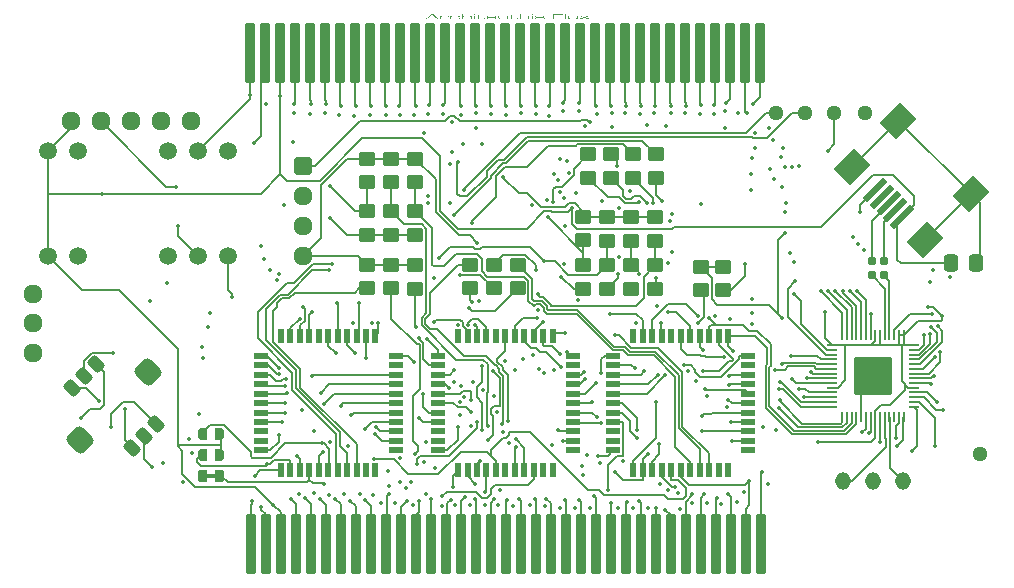
<source format=gbr>
%TF.GenerationSoftware,KiCad,Pcbnew,8.0.0*%
%TF.CreationDate,2024-02-28T09:47:00-08:00*%
%TF.ProjectId,SenseBarnacle,53656e73-6542-4617-926e-61636c652e6b,rev?*%
%TF.SameCoordinates,Original*%
%TF.FileFunction,Copper,L1,Top*%
%TF.FilePolarity,Positive*%
%FSLAX46Y46*%
G04 Gerber Fmt 4.6, Leading zero omitted, Abs format (unit mm)*
G04 Created by KiCad (PCBNEW 8.0.0) date 2024-02-28 09:47:00*
%MOMM*%
%LPD*%
G01*
G04 APERTURE LIST*
G04 Aperture macros list*
%AMRoundRect*
0 Rectangle with rounded corners*
0 $1 Rounding radius*
0 $2 $3 $4 $5 $6 $7 $8 $9 X,Y pos of 4 corners*
0 Add a 4 corners polygon primitive as box body*
4,1,4,$2,$3,$4,$5,$6,$7,$8,$9,$2,$3,0*
0 Add four circle primitives for the rounded corners*
1,1,$1+$1,$2,$3*
1,1,$1+$1,$4,$5*
1,1,$1+$1,$6,$7*
1,1,$1+$1,$8,$9*
0 Add four rect primitives between the rounded corners*
20,1,$1+$1,$2,$3,$4,$5,0*
20,1,$1+$1,$4,$5,$6,$7,0*
20,1,$1+$1,$6,$7,$8,$9,0*
20,1,$1+$1,$8,$9,$2,$3,0*%
%AMRotRect*
0 Rectangle, with rotation*
0 The origin of the aperture is its center*
0 $1 length*
0 $2 width*
0 $3 Rotation angle, in degrees counterclockwise*
0 Add horizontal line*
21,1,$1,$2,0,0,$3*%
%AMFreePoly0*
4,1,13,0.500000,-0.500000,0.000000,-0.500000,-0.095671,-0.480970,-0.176777,-0.426777,-0.230970,-0.345671,-0.250000,-0.250000,-0.250000,0.250000,-0.230970,0.345671,-0.176777,0.426777,-0.095671,0.480970,0.000000,0.500000,0.500000,0.500000,0.500000,-0.500000,0.500000,-0.500000,$1*%
%AMFreePoly1*
4,1,24,0.508000,0.148282,1.300000,0.150000,1.329264,0.147118,1.383336,0.124720,1.424720,0.083336,1.447118,0.029264,1.447118,-0.029264,1.424720,-0.083336,1.383336,-0.124720,1.329264,-0.147118,0.508000,-0.148898,0.508000,-0.508000,0.000000,-0.508000,-0.097202,-0.488665,-0.179605,-0.433605,-0.234665,-0.351202,-0.254000,-0.254000,-0.254000,0.254000,-0.234665,0.351202,-0.179605,0.433605,
-0.097202,0.488665,0.000000,0.508000,0.508000,0.508000,0.508000,0.148282,0.508000,0.148282,$1*%
%AMFreePoly2*
4,1,13,0.508000,-0.508000,0.000000,-0.508000,-0.097202,-0.488665,-0.179605,-0.433605,-0.234665,-0.351202,-0.254000,-0.254000,-0.254000,0.254000,-0.234665,0.351202,-0.179605,0.433605,-0.097202,0.488665,0.000000,0.508000,0.508000,0.508000,0.508000,-0.508000,0.508000,-0.508000,$1*%
G04 Aperture macros list end*
%ADD10C,0.100000*%
%TA.AperFunction,NonConductor*%
%ADD11C,0.100000*%
%TD*%
%TA.AperFunction,ComponentPad*%
%ADD12RoundRect,0.225000X-0.525000X-0.525000X0.525000X-0.525000X0.525000X0.525000X-0.525000X0.525000X0*%
%TD*%
%TA.AperFunction,ComponentPad*%
%ADD13RoundRect,0.525000X-0.225000X-0.225000X0.225000X-0.225000X0.225000X0.225000X-0.225000X0.225000X0*%
%TD*%
%TA.AperFunction,ComponentPad*%
%ADD14RoundRect,0.525000X-0.225000X0.225000X-0.225000X-0.225000X0.225000X-0.225000X0.225000X0.225000X0*%
%TD*%
%TA.AperFunction,ComponentPad*%
%ADD15RoundRect,0.525000X0.225000X-0.225000X0.225000X0.225000X-0.225000X0.225000X-0.225000X-0.225000X0*%
%TD*%
%TA.AperFunction,SMDPad,CuDef*%
%ADD16FreePoly0,0.000000*%
%TD*%
%TA.AperFunction,SMDPad,CuDef*%
%ADD17FreePoly0,180.000000*%
%TD*%
%TA.AperFunction,ComponentPad*%
%ADD18C,1.500000*%
%TD*%
%TA.AperFunction,SMDPad,CuDef*%
%ADD19RoundRect,0.250000X-0.450000X0.350000X-0.450000X-0.350000X0.450000X-0.350000X0.450000X0.350000X0*%
%TD*%
%TA.AperFunction,SMDPad,CuDef*%
%ADD20R,1.200000X0.500000*%
%TD*%
%TA.AperFunction,SMDPad,CuDef*%
%ADD21R,0.500000X1.200000*%
%TD*%
%TA.AperFunction,SMDPad,CuDef*%
%ADD22RoundRect,0.500000X0.100000X-0.100000X0.100000X0.100000X-0.100000X0.100000X-0.100000X-0.100000X0*%
%TD*%
%TA.AperFunction,SMDPad,CuDef*%
%ADD23RoundRect,0.250000X0.450000X-0.350000X0.450000X0.350000X-0.450000X0.350000X-0.450000X-0.350000X0*%
%TD*%
%TA.AperFunction,SMDPad,CuDef*%
%ADD24RoundRect,0.090000X0.360000X2.410000X-0.360000X2.410000X-0.360000X-2.410000X0.360000X-2.410000X0*%
%TD*%
%TA.AperFunction,SMDPad,CuDef*%
%ADD25FreePoly1,0.000000*%
%TD*%
%TA.AperFunction,SMDPad,CuDef*%
%ADD26FreePoly2,180.000000*%
%TD*%
%TA.AperFunction,SMDPad,CuDef*%
%ADD27RoundRect,0.160000X-0.160000X0.197500X-0.160000X-0.197500X0.160000X-0.197500X0.160000X0.197500X0*%
%TD*%
%TA.AperFunction,SMDPad,CuDef*%
%ADD28RoundRect,0.450000X-0.707107X0.070711X0.070711X-0.707107X0.707107X-0.070711X-0.070711X0.707107X0*%
%TD*%
%TA.AperFunction,SMDPad,CuDef*%
%ADD29RoundRect,0.250000X-0.477297X0.123744X0.123744X-0.477297X0.477297X-0.123744X-0.123744X0.477297X0*%
%TD*%
%TA.AperFunction,SMDPad,CuDef*%
%ADD30RoundRect,0.050000X-0.387500X-0.050000X0.387500X-0.050000X0.387500X0.050000X-0.387500X0.050000X0*%
%TD*%
%TA.AperFunction,SMDPad,CuDef*%
%ADD31RoundRect,0.050000X-0.050000X-0.387500X0.050000X-0.387500X0.050000X0.387500X-0.050000X0.387500X0*%
%TD*%
%TA.AperFunction,ComponentPad*%
%ADD32C,0.600000*%
%TD*%
%TA.AperFunction,SMDPad,CuDef*%
%ADD33RoundRect,0.144000X-1.456000X-1.456000X1.456000X-1.456000X1.456000X1.456000X-1.456000X1.456000X0*%
%TD*%
%TA.AperFunction,SMDPad,CuDef*%
%ADD34RoundRect,0.500000X-0.100000X0.100000X-0.100000X-0.100000X0.100000X-0.100000X0.100000X0.100000X0*%
%TD*%
%TA.AperFunction,SMDPad,CuDef*%
%ADD35RotRect,0.500000X2.500000X135.000000*%
%TD*%
%TA.AperFunction,SMDPad,CuDef*%
%ADD36RotRect,2.000000X2.500000X135.000000*%
%TD*%
%TA.AperFunction,SMDPad,CuDef*%
%ADD37RoundRect,0.250000X-0.337500X-0.475000X0.337500X-0.475000X0.337500X0.475000X-0.337500X0.475000X0*%
%TD*%
%TA.AperFunction,ComponentPad*%
%ADD38O,1.300000X1.500000*%
%TD*%
%TA.AperFunction,ViaPad*%
%ADD39C,0.350000*%
%TD*%
%TA.AperFunction,Conductor*%
%ADD40C,0.200000*%
%TD*%
%TA.AperFunction,Conductor*%
%ADD41C,0.150000*%
%TD*%
G04 APERTURE END LIST*
D10*
D11*
G36*
X69932509Y-18220000D02*
G01*
X69831393Y-18220000D01*
X69706096Y-18132463D01*
X68925984Y-18132463D01*
X68796536Y-18220000D01*
X68696885Y-18220000D01*
X68870459Y-18101200D01*
X68970437Y-18101200D01*
X69663598Y-18101200D01*
X69323612Y-17863600D01*
X69317017Y-17863600D01*
X68970437Y-18101200D01*
X68870459Y-18101200D01*
X69263284Y-17832337D01*
X69377834Y-17832337D01*
X69932509Y-18220000D01*
G37*
G36*
X70109585Y-18220000D02*
G01*
X70022146Y-18220000D01*
X70022146Y-17944884D01*
X70108120Y-17944884D01*
X70103235Y-18003210D01*
X70100304Y-18002623D01*
X70119805Y-17984420D01*
X70136452Y-17974780D01*
X70172650Y-17960995D01*
X70199222Y-17954263D01*
X70246604Y-17946453D01*
X70290081Y-17942344D01*
X70340150Y-17939806D01*
X70388945Y-17938762D01*
X70415377Y-17938632D01*
X70432474Y-17938632D01*
X70485162Y-17938979D01*
X70536453Y-17940182D01*
X70587927Y-17942758D01*
X70591721Y-17943028D01*
X70639365Y-17947968D01*
X70683392Y-17957133D01*
X70685510Y-17957780D01*
X70718769Y-17973397D01*
X70730206Y-17985331D01*
X70738782Y-18005647D01*
X70741187Y-18025608D01*
X70741197Y-18027145D01*
X70741197Y-18033984D01*
X70738755Y-18044926D01*
X70656689Y-18044926D01*
X70656689Y-18031542D01*
X70654139Y-18011545D01*
X70648629Y-17999497D01*
X70622610Y-17982657D01*
X70616878Y-17980935D01*
X70569221Y-17973746D01*
X70543361Y-17972142D01*
X70493385Y-17970606D01*
X70440056Y-17969974D01*
X70409760Y-17969895D01*
X70394372Y-17969895D01*
X70345394Y-17970513D01*
X70293636Y-17972797D01*
X70273228Y-17974291D01*
X70224379Y-17980300D01*
X70183835Y-17989532D01*
X70148381Y-18004081D01*
X70128392Y-18018646D01*
X70114893Y-18037764D01*
X70109879Y-18057702D01*
X70109585Y-18064466D01*
X70109585Y-18220000D01*
G37*
G36*
X71273402Y-18226252D02*
G01*
X71219786Y-18226000D01*
X71170493Y-18225242D01*
X71119454Y-18223759D01*
X71068786Y-18221301D01*
X71063598Y-18220976D01*
X71015670Y-18216729D01*
X70967035Y-18208962D01*
X70933905Y-18200265D01*
X70900364Y-18185629D01*
X70876740Y-18167124D01*
X70869181Y-18157278D01*
X70859308Y-18136624D01*
X70854278Y-18116978D01*
X70852110Y-18097438D01*
X70851839Y-18086936D01*
X70851839Y-18077948D01*
X70852923Y-18057175D01*
X70856733Y-18036229D01*
X70864185Y-18015964D01*
X70869181Y-18007020D01*
X70886514Y-17988207D01*
X70915060Y-17971671D01*
X70934638Y-17964424D01*
X70979372Y-17953638D01*
X71025725Y-17947131D01*
X71064331Y-17943907D01*
X71113850Y-17941357D01*
X71163965Y-17939791D01*
X71219821Y-17938884D01*
X71273402Y-17938632D01*
X71305643Y-17938632D01*
X71359758Y-17938888D01*
X71409018Y-17939658D01*
X71458634Y-17941136D01*
X71492977Y-17942735D01*
X71544405Y-17946774D01*
X71590507Y-17953320D01*
X71611190Y-17957780D01*
X71648743Y-17970652D01*
X71672984Y-17987578D01*
X71685606Y-18007536D01*
X71690294Y-18028376D01*
X71690569Y-18035450D01*
X71690569Y-18044926D01*
X71606061Y-18044926D01*
X71606061Y-18037697D01*
X71602684Y-18017564D01*
X71594093Y-18003600D01*
X71565013Y-17987242D01*
X71550374Y-17983182D01*
X71502853Y-17975902D01*
X71459027Y-17972826D01*
X71409350Y-17971040D01*
X71360344Y-17970181D01*
X71310325Y-17969898D01*
X71304421Y-17969895D01*
X71274868Y-17969895D01*
X71221684Y-17970139D01*
X71168713Y-17970998D01*
X71118376Y-17972677D01*
X71096571Y-17973803D01*
X71047991Y-17978219D01*
X71002478Y-17987064D01*
X70995698Y-17989141D01*
X70964177Y-18005013D01*
X70950025Y-18021674D01*
X70943067Y-18041173D01*
X70939950Y-18061223D01*
X70939278Y-18077850D01*
X70939278Y-18087034D01*
X70940399Y-18107529D01*
X70944704Y-18128522D01*
X70950758Y-18143014D01*
X70968221Y-18161552D01*
X70997164Y-18175352D01*
X71042906Y-18185380D01*
X71093930Y-18190616D01*
X71098036Y-18190886D01*
X71148794Y-18193222D01*
X71198138Y-18194412D01*
X71247902Y-18194925D01*
X71274868Y-18194989D01*
X71304421Y-18194989D01*
X71356519Y-18194749D01*
X71407380Y-18193921D01*
X71458654Y-18192147D01*
X71462446Y-18191960D01*
X71512886Y-18188112D01*
X71555259Y-18181311D01*
X71591356Y-18167834D01*
X71599711Y-18161186D01*
X71610265Y-18141236D01*
X71611679Y-18128066D01*
X71611679Y-18119958D01*
X71696187Y-18119958D01*
X71696187Y-18130314D01*
X71693508Y-18150189D01*
X71683610Y-18169904D01*
X71677136Y-18177208D01*
X71651490Y-18193890D01*
X71612656Y-18206810D01*
X71567249Y-18215161D01*
X71519324Y-18220235D01*
X71492244Y-18222051D01*
X71441802Y-18224266D01*
X71390287Y-18225559D01*
X71339629Y-18226150D01*
X71305643Y-18226252D01*
X71273402Y-18226252D01*
G37*
G36*
X72692698Y-18220000D02*
G01*
X72605259Y-18220000D01*
X72605259Y-18066713D01*
X72604047Y-18046975D01*
X72599488Y-18027310D01*
X72595001Y-18017180D01*
X72577398Y-17998657D01*
X72554945Y-17987969D01*
X72509916Y-17977979D01*
X72467994Y-17973803D01*
X72415508Y-17971273D01*
X72366631Y-17970204D01*
X72316319Y-17969895D01*
X72292384Y-17969895D01*
X72242123Y-17970305D01*
X72191685Y-17971704D01*
X72146326Y-17974096D01*
X72096157Y-17978939D01*
X72051535Y-17986909D01*
X72043744Y-17988848D01*
X72006525Y-18002292D01*
X71983416Y-18017864D01*
X71969392Y-18037665D01*
X71964182Y-18058854D01*
X71963877Y-18066127D01*
X71963877Y-18220000D01*
X71876438Y-18220000D01*
X71876438Y-17832337D01*
X71963877Y-17832337D01*
X71957527Y-18002623D01*
X71956061Y-18002330D01*
X71975486Y-17984157D01*
X71991721Y-17974682D01*
X72027937Y-17961310D01*
X72055712Y-17954752D01*
X72104062Y-17947370D01*
X72152575Y-17942989D01*
X72156340Y-17942735D01*
X72205971Y-17940235D01*
X72258527Y-17938956D01*
X72306550Y-17938632D01*
X72330241Y-17938632D01*
X72381059Y-17938937D01*
X72432719Y-17940010D01*
X72483275Y-17942109D01*
X72505852Y-17943517D01*
X72554178Y-17948321D01*
X72600747Y-17956808D01*
X72617471Y-17961395D01*
X72651274Y-17975696D01*
X72673914Y-17994419D01*
X72676089Y-17997250D01*
X72686843Y-18017871D01*
X72691660Y-18038393D01*
X72692698Y-18055087D01*
X72692698Y-18220000D01*
G37*
G36*
X72985789Y-18220000D02*
G01*
X72898350Y-18220000D01*
X72898350Y-17944884D01*
X72985789Y-17944884D01*
X72985789Y-18220000D01*
G37*
G36*
X72985789Y-17882358D02*
G01*
X72898350Y-17882358D01*
X72898350Y-17832337D01*
X72985789Y-17832337D01*
X72985789Y-17882358D01*
G37*
G36*
X73499920Y-18226252D02*
G01*
X73449947Y-18225698D01*
X73398850Y-18223614D01*
X73371693Y-18221563D01*
X73323850Y-18214120D01*
X73291825Y-18203293D01*
X73266304Y-18185893D01*
X73252258Y-18165778D01*
X73245709Y-18145989D01*
X73242361Y-18124495D01*
X73241511Y-18104521D01*
X73241511Y-17976147D01*
X73105224Y-17976147D01*
X73105224Y-17944884D01*
X73241511Y-17944884D01*
X73241511Y-17876106D01*
X73328950Y-17876106D01*
X73328950Y-17944884D01*
X73821344Y-17944884D01*
X73821344Y-17976147D01*
X73328950Y-17976147D01*
X73328950Y-18101884D01*
X73329758Y-18121932D01*
X73332797Y-18141726D01*
X73335789Y-18151807D01*
X73348726Y-18171423D01*
X73360702Y-18179748D01*
X73401756Y-18190732D01*
X73414435Y-18192058D01*
X73465101Y-18194505D01*
X73509690Y-18194989D01*
X73539243Y-18194989D01*
X73589813Y-18194441D01*
X73638883Y-18192261D01*
X73646466Y-18191667D01*
X73692548Y-18184178D01*
X73705084Y-18179846D01*
X73727968Y-18162065D01*
X73730730Y-18156789D01*
X73735828Y-18136309D01*
X73736836Y-18118883D01*
X73736836Y-18088695D01*
X73818657Y-18088695D01*
X73818657Y-18122595D01*
X73817012Y-18142395D01*
X73810826Y-18162639D01*
X73804735Y-18173398D01*
X73786112Y-18191472D01*
X73757596Y-18205443D01*
X73716168Y-18215984D01*
X73669425Y-18221758D01*
X73620259Y-18224668D01*
X73566862Y-18226037D01*
X73532160Y-18226252D01*
X73499920Y-18226252D01*
G37*
G36*
X74438725Y-17938870D02*
G01*
X74490894Y-17939727D01*
X74543234Y-17941434D01*
X74584114Y-17943614D01*
X74632920Y-17948044D01*
X74680926Y-17955869D01*
X74705259Y-17962079D01*
X74740990Y-17976688D01*
X74764378Y-17995418D01*
X74766564Y-17998227D01*
X74777475Y-18018562D01*
X74782363Y-18038765D01*
X74783416Y-18055184D01*
X74783416Y-18088695D01*
X74036278Y-18088695D01*
X74036278Y-18091723D01*
X74037721Y-18112767D01*
X74042586Y-18132249D01*
X74048490Y-18144480D01*
X74067807Y-18163125D01*
X74095384Y-18175547D01*
X74140920Y-18185472D01*
X74191463Y-18190622D01*
X74195524Y-18190886D01*
X74245831Y-18193222D01*
X74294633Y-18194412D01*
X74343787Y-18194925D01*
X74370402Y-18194989D01*
X74397024Y-18194989D01*
X74449888Y-18194734D01*
X74501465Y-18193852D01*
X74553409Y-18191963D01*
X74557248Y-18191765D01*
X74607877Y-18187798D01*
X74649816Y-18181018D01*
X74686131Y-18166822D01*
X74693047Y-18160795D01*
X74702954Y-18140800D01*
X74704282Y-18127773D01*
X74704282Y-18119958D01*
X74789034Y-18119958D01*
X74789034Y-18128946D01*
X74786355Y-18148922D01*
X74776457Y-18168824D01*
X74769983Y-18176231D01*
X74744154Y-18193108D01*
X74704770Y-18206224D01*
X74659143Y-18214746D01*
X74611698Y-18219967D01*
X74585091Y-18221856D01*
X74535565Y-18224174D01*
X74484874Y-18225527D01*
X74434949Y-18226145D01*
X74401421Y-18226252D01*
X74370402Y-18226252D01*
X74316309Y-18225976D01*
X74266658Y-18225149D01*
X74215351Y-18223528D01*
X74164566Y-18220843D01*
X74159376Y-18220488D01*
X74111391Y-18215893D01*
X74062939Y-18207760D01*
X74030171Y-18198799D01*
X73996947Y-18183990D01*
X73973478Y-18165440D01*
X73965936Y-18155617D01*
X73956202Y-18134963D01*
X73951243Y-18115317D01*
X73949106Y-18095778D01*
X73948839Y-18085275D01*
X73948839Y-18078436D01*
X73949922Y-18057706D01*
X73949972Y-18057431D01*
X74037987Y-18057431D01*
X74697443Y-18057431D01*
X74697443Y-18051277D01*
X74695386Y-18031102D01*
X74687357Y-18011431D01*
X74686696Y-18010439D01*
X74663440Y-17992698D01*
X74643954Y-17985722D01*
X74598882Y-17977372D01*
X74550897Y-17973314D01*
X74498942Y-17971231D01*
X74446516Y-17970229D01*
X74392235Y-17969898D01*
X74385789Y-17969895D01*
X74363319Y-17969895D01*
X74312226Y-17970127D01*
X74261352Y-17970943D01*
X74208671Y-17972737D01*
X74192104Y-17973607D01*
X74142430Y-17977978D01*
X74097948Y-17986301D01*
X74095873Y-17986894D01*
X74063186Y-18001907D01*
X74051176Y-18013956D01*
X74041895Y-18033618D01*
X74038182Y-18054228D01*
X74037987Y-18057431D01*
X73949972Y-18057431D01*
X73953733Y-18036793D01*
X73961184Y-18016548D01*
X73966180Y-18007606D01*
X73983307Y-17988752D01*
X74011164Y-17972079D01*
X74030171Y-17964717D01*
X74073635Y-17953741D01*
X74123271Y-17946673D01*
X74156445Y-17943907D01*
X74210350Y-17941125D01*
X74259657Y-17939642D01*
X74314459Y-17938817D01*
X74359167Y-17938632D01*
X74388720Y-17938632D01*
X74438725Y-17938870D01*
G37*
G36*
X75771623Y-18220000D02*
G01*
X75684184Y-18220000D01*
X75690534Y-18162847D01*
X75692000Y-18163140D01*
X75673949Y-18181489D01*
X75657806Y-18190886D01*
X75621093Y-18203968D01*
X75592837Y-18210425D01*
X75544038Y-18217654D01*
X75495258Y-18221992D01*
X75491476Y-18222247D01*
X75441994Y-18224687D01*
X75389515Y-18225935D01*
X75341511Y-18226252D01*
X75317820Y-18226252D01*
X75267475Y-18225910D01*
X75216020Y-18224708D01*
X75165282Y-18222357D01*
X75142453Y-18220781D01*
X75093830Y-18215551D01*
X75047087Y-18206602D01*
X75030346Y-18201828D01*
X74996718Y-18187042D01*
X74975307Y-18169368D01*
X74971972Y-18165094D01*
X74961851Y-18145974D01*
X74956677Y-18125624D01*
X74955363Y-18106964D01*
X74955363Y-17944884D01*
X75042802Y-17944884D01*
X75042802Y-18093677D01*
X75043986Y-18113852D01*
X75048435Y-18134124D01*
X75052816Y-18144675D01*
X75069299Y-18163085D01*
X75093116Y-18175254D01*
X75135414Y-18185493D01*
X75180067Y-18190593D01*
X75232795Y-18193439D01*
X75282187Y-18194641D01*
X75333207Y-18194989D01*
X75357143Y-18194989D01*
X75407308Y-18194588D01*
X75457421Y-18193222D01*
X75502223Y-18190886D01*
X75552058Y-18185994D01*
X75599167Y-18177428D01*
X75604317Y-18176133D01*
X75641467Y-18162607D01*
X75664400Y-18146824D01*
X75678601Y-18126792D01*
X75683701Y-18107242D01*
X75684184Y-18098171D01*
X75684184Y-17944884D01*
X75771623Y-17944884D01*
X75771623Y-18220000D01*
G37*
G36*
X76282335Y-18226252D02*
G01*
X76232361Y-18225698D01*
X76181264Y-18223614D01*
X76154107Y-18221563D01*
X76106265Y-18214120D01*
X76074240Y-18203293D01*
X76048719Y-18185893D01*
X76034673Y-18165778D01*
X76028124Y-18145989D01*
X76024776Y-18124495D01*
X76023926Y-18104521D01*
X76023926Y-17976147D01*
X75887638Y-17976147D01*
X75887638Y-17944884D01*
X76023926Y-17944884D01*
X76023926Y-17876106D01*
X76111365Y-17876106D01*
X76111365Y-17944884D01*
X76603758Y-17944884D01*
X76603758Y-17976147D01*
X76111365Y-17976147D01*
X76111365Y-18101884D01*
X76112173Y-18121932D01*
X76115212Y-18141726D01*
X76118204Y-18151807D01*
X76131141Y-18171423D01*
X76143116Y-18179748D01*
X76184170Y-18190732D01*
X76196850Y-18192058D01*
X76247516Y-18194505D01*
X76292104Y-18194989D01*
X76321658Y-18194989D01*
X76372228Y-18194441D01*
X76421298Y-18192261D01*
X76428880Y-18191667D01*
X76474962Y-18184178D01*
X76487499Y-18179846D01*
X76510382Y-18162065D01*
X76513144Y-18156789D01*
X76518243Y-18136309D01*
X76519250Y-18118883D01*
X76519250Y-18088695D01*
X76601072Y-18088695D01*
X76601072Y-18122595D01*
X76599427Y-18142395D01*
X76593241Y-18162639D01*
X76587150Y-18173398D01*
X76568526Y-18191472D01*
X76540011Y-18205443D01*
X76498583Y-18215984D01*
X76451839Y-18221758D01*
X76402674Y-18224668D01*
X76349276Y-18226037D01*
X76314575Y-18226252D01*
X76282335Y-18226252D01*
G37*
G36*
X77578532Y-18220000D02*
G01*
X77491093Y-18220000D01*
X77491093Y-18066713D01*
X77489880Y-18046975D01*
X77485322Y-18027310D01*
X77480834Y-18017180D01*
X77463232Y-17998657D01*
X77440779Y-17987969D01*
X77395750Y-17977979D01*
X77353828Y-17973803D01*
X77301342Y-17971273D01*
X77252465Y-17970204D01*
X77202153Y-17969895D01*
X77178218Y-17969895D01*
X77127957Y-17970305D01*
X77077519Y-17971704D01*
X77032160Y-17974096D01*
X76981991Y-17978939D01*
X76937369Y-17986909D01*
X76929578Y-17988848D01*
X76892359Y-18002292D01*
X76869250Y-18017864D01*
X76855225Y-18037665D01*
X76850016Y-18058854D01*
X76849711Y-18066127D01*
X76849711Y-18220000D01*
X76762272Y-18220000D01*
X76762272Y-17832337D01*
X76849711Y-17832337D01*
X76843361Y-18002623D01*
X76841895Y-18002330D01*
X76861320Y-17984157D01*
X76877555Y-17974682D01*
X76913771Y-17961310D01*
X76941546Y-17954752D01*
X76989896Y-17947370D01*
X77038409Y-17942989D01*
X77042174Y-17942735D01*
X77091805Y-17940235D01*
X77144361Y-17938956D01*
X77192384Y-17938632D01*
X77216075Y-17938632D01*
X77266893Y-17938937D01*
X77318552Y-17940010D01*
X77369109Y-17942109D01*
X77391686Y-17943517D01*
X77440012Y-17948321D01*
X77486581Y-17956808D01*
X77503305Y-17961395D01*
X77537108Y-17975696D01*
X77559748Y-17994419D01*
X77561923Y-17997250D01*
X77572676Y-18017871D01*
X77577494Y-18038393D01*
X77578532Y-18055087D01*
X77578532Y-18220000D01*
G37*
G36*
X77871623Y-18220000D02*
G01*
X77784184Y-18220000D01*
X77784184Y-17944884D01*
X77871623Y-17944884D01*
X77871623Y-18220000D01*
G37*
G36*
X77871623Y-17882358D02*
G01*
X77784184Y-17882358D01*
X77784184Y-17832337D01*
X77871623Y-17832337D01*
X77871623Y-17882358D01*
G37*
G36*
X78456096Y-18226252D02*
G01*
X78402773Y-18226098D01*
X78347586Y-18225544D01*
X78298535Y-18224587D01*
X78250688Y-18223028D01*
X78200937Y-18220186D01*
X78152411Y-18215041D01*
X78128078Y-18210914D01*
X78087618Y-18198298D01*
X78068971Y-18185024D01*
X78057980Y-18165778D01*
X78054374Y-18145090D01*
X78054317Y-18141842D01*
X78054317Y-18132463D01*
X78138825Y-18132463D01*
X78138825Y-18140181D01*
X78142191Y-18160104D01*
X78146640Y-18168122D01*
X78179061Y-18183362D01*
X78184498Y-18184535D01*
X78232259Y-18190304D01*
X78278532Y-18192742D01*
X78328101Y-18194021D01*
X78377202Y-18194673D01*
X78427302Y-18194954D01*
X78454631Y-18194989D01*
X78508120Y-18194989D01*
X78559238Y-18194796D01*
X78608650Y-18194128D01*
X78657680Y-18192697D01*
X78661260Y-18192547D01*
X78710964Y-18189274D01*
X78746257Y-18184535D01*
X78781777Y-18170831D01*
X78782893Y-18169685D01*
X78791233Y-18150268D01*
X78791442Y-18145847D01*
X78791442Y-18140767D01*
X78785959Y-18121081D01*
X78783137Y-18117711D01*
X78745043Y-18104457D01*
X78743081Y-18104131D01*
X78693698Y-18099037D01*
X78646117Y-18096901D01*
X78595569Y-18095789D01*
X78545710Y-18095222D01*
X78494969Y-18094978D01*
X78467331Y-18094947D01*
X78414673Y-18094798D01*
X78360302Y-18094260D01*
X78306543Y-18093189D01*
X78265342Y-18091821D01*
X78217016Y-18088958D01*
X78166781Y-18083444D01*
X78146396Y-18079902D01*
X78105972Y-18067428D01*
X78090220Y-18056552D01*
X78079004Y-18036511D01*
X78076787Y-18019623D01*
X78076787Y-18012784D01*
X78081405Y-17992515D01*
X78093151Y-17977515D01*
X78123052Y-17961609D01*
X78150060Y-17954263D01*
X78197565Y-17946887D01*
X78246414Y-17942836D01*
X78258992Y-17942149D01*
X78310592Y-17940146D01*
X78359380Y-17939126D01*
X78414079Y-17938663D01*
X78433626Y-17938632D01*
X78474414Y-17938632D01*
X78527140Y-17938821D01*
X78580837Y-17939486D01*
X78633521Y-17940788D01*
X78657108Y-17941660D01*
X78707472Y-17944738D01*
X78755550Y-17950551D01*
X78772635Y-17953775D01*
X78812528Y-17966469D01*
X78832230Y-17979762D01*
X78845053Y-17999082D01*
X78849260Y-18020114D01*
X78849327Y-18023433D01*
X78849327Y-18032421D01*
X78764819Y-18032421D01*
X78764819Y-18024508D01*
X78760432Y-18005021D01*
X78755538Y-17997934D01*
X78722710Y-17982501D01*
X78717436Y-17981325D01*
X78670247Y-17975006D01*
X78631218Y-17972533D01*
X78578093Y-17970825D01*
X78528396Y-17970103D01*
X78477101Y-17969895D01*
X78439243Y-17969895D01*
X78388792Y-17970080D01*
X78335631Y-17970811D01*
X78288301Y-17972240D01*
X78239819Y-17975146D01*
X78205259Y-17979371D01*
X78170332Y-17992365D01*
X78162790Y-18012206D01*
X78162760Y-18013859D01*
X78162760Y-18020307D01*
X78169982Y-18040136D01*
X78171553Y-18041702D01*
X78209463Y-18054387D01*
X78211365Y-18054696D01*
X78259307Y-18059498D01*
X78304910Y-18061632D01*
X78358342Y-18062883D01*
X78412576Y-18063484D01*
X78462318Y-18063676D01*
X78475636Y-18063684D01*
X78528387Y-18063834D01*
X78583094Y-18064371D01*
X78637523Y-18065443D01*
X78679578Y-18066810D01*
X78729300Y-18069560D01*
X78777718Y-18074357D01*
X78801944Y-18078143D01*
X78842636Y-18089663D01*
X78861783Y-18101786D01*
X78874423Y-18121532D01*
X78877415Y-18140181D01*
X78877415Y-18145847D01*
X78873980Y-18165341D01*
X78861783Y-18183852D01*
X78834126Y-18200244D01*
X78804386Y-18208960D01*
X78758723Y-18216550D01*
X78708991Y-18221184D01*
X78691790Y-18222247D01*
X78638414Y-18224527D01*
X78587529Y-18225689D01*
X78536849Y-18226190D01*
X78509585Y-18226252D01*
X78456096Y-18226252D01*
G37*
G36*
X79628218Y-18220000D02*
G01*
X79536626Y-18220000D01*
X79536626Y-17832337D01*
X80448385Y-17832337D01*
X80448385Y-17863600D01*
X79628218Y-17863600D01*
X79628218Y-18007411D01*
X80414680Y-18007411D01*
X80414680Y-18038674D01*
X79628218Y-18038674D01*
X79628218Y-18220000D01*
G37*
G36*
X80665761Y-18220000D02*
G01*
X80578322Y-18220000D01*
X80578322Y-17832337D01*
X80665761Y-17832337D01*
X80665761Y-18220000D01*
G37*
G36*
X81684254Y-18220000D02*
G01*
X81596815Y-18220000D01*
X81603165Y-18162847D01*
X81604631Y-18163140D01*
X81586580Y-18181489D01*
X81570437Y-18190886D01*
X81533724Y-18203968D01*
X81505468Y-18210425D01*
X81456668Y-18217654D01*
X81407889Y-18221992D01*
X81404107Y-18222247D01*
X81354625Y-18224687D01*
X81302146Y-18225935D01*
X81254142Y-18226252D01*
X81230451Y-18226252D01*
X81180106Y-18225910D01*
X81128650Y-18224708D01*
X81077913Y-18222357D01*
X81055084Y-18220781D01*
X81006461Y-18215551D01*
X80959718Y-18206602D01*
X80942977Y-18201828D01*
X80909349Y-18187042D01*
X80887938Y-18169368D01*
X80884603Y-18165094D01*
X80874482Y-18145974D01*
X80869308Y-18125624D01*
X80867994Y-18106964D01*
X80867994Y-17944884D01*
X80955433Y-17944884D01*
X80955433Y-18093677D01*
X80956616Y-18113852D01*
X80961066Y-18134124D01*
X80965447Y-18144675D01*
X80981930Y-18163085D01*
X81005747Y-18175254D01*
X81048045Y-18185493D01*
X81092698Y-18190593D01*
X81145426Y-18193439D01*
X81194818Y-18194641D01*
X81245838Y-18194989D01*
X81269774Y-18194989D01*
X81319939Y-18194588D01*
X81370052Y-18193222D01*
X81414854Y-18190886D01*
X81464689Y-18185994D01*
X81511797Y-18177428D01*
X81516947Y-18176133D01*
X81554098Y-18162607D01*
X81577031Y-18146824D01*
X81591231Y-18126792D01*
X81596332Y-18107242D01*
X81596815Y-18098171D01*
X81596815Y-17944884D01*
X81684254Y-17944884D01*
X81684254Y-18220000D01*
G37*
G36*
X82697617Y-18220000D02*
G01*
X82580137Y-18220000D01*
X82242837Y-18095631D01*
X81899676Y-18220000D01*
X81784882Y-18220000D01*
X82180311Y-18077362D01*
X81814435Y-17944884D01*
X81928985Y-17944884D01*
X82242593Y-18060265D01*
X82554735Y-17944884D01*
X82669529Y-17944884D01*
X82303654Y-18077362D01*
X82697617Y-18220000D01*
G37*
D12*
%TO.P,J5,1,Pin_1*%
%TO.N,I2C_SDA*%
X58410599Y-30648400D03*
D13*
%TO.P,J5,2,Pin_2*%
%TO.N,I2C_SCL*%
X58410599Y-33188400D03*
%TO.P,J5,3,Pin_3*%
%TO.N,+3V3*%
X58410599Y-35728400D03*
%TO.P,J5,4,Pin_4*%
%TO.N,LED_GND*%
X58410599Y-38268400D03*
%TD*%
D14*
%TO.P,J3,1,Pin_1*%
%TO.N,LED_5V*%
X38725599Y-26838400D03*
%TO.P,J3,2,Pin_2*%
%TO.N,+3V3*%
X41265599Y-26838400D03*
%TO.P,J3,3,Pin_3*%
%TO.N,LED_GND*%
X43805599Y-26838400D03*
%TO.P,J3,4,Pin_4*%
%TO.N,-3.5V*%
X46345599Y-26838400D03*
%TO.P,J3,5,Pin_5*%
%TO.N,+18V*%
X48885599Y-26838400D03*
%TD*%
D15*
%TO.P,TP6,1,1*%
%TO.N,Select_Probe*%
X35550599Y-46523400D03*
%TD*%
D16*
%TO.P,JP1,1,A*%
%TO.N,TOP_RAIL_POS*%
X49799999Y-53381400D03*
D17*
%TO.P,JP1,2,B*%
%TO.N,LED_5V*%
X51425599Y-53381400D03*
%TD*%
D18*
%TO.P,U5,1,Vin*%
%TO.N,LED_5V*%
X36795199Y-29403800D03*
%TO.P,U5,2,GND*%
%TO.N,LED_GND*%
X39335199Y-29403800D03*
%TO.P,U5,3,-3.5V*%
%TO.N,-3.5V*%
X46955199Y-29403800D03*
%TO.P,U5,4,COM*%
%TO.N,LED_GND*%
X49495199Y-29403800D03*
%TO.P,U5,5,+18V*%
%TO.N,+18V*%
X52035199Y-29403800D03*
%TD*%
D19*
%TO.P,R22,1*%
%TO.N,Net-(U13-Y2)*%
X74539599Y-39030400D03*
%TO.P,R22,2*%
%TO.N,AOUT1R*%
X74539599Y-41030400D03*
%TD*%
D15*
%TO.P,TP7,1,1*%
%TO.N,Button_Probe*%
X35550599Y-43983400D03*
%TD*%
D20*
%TO.P,U15,1,X14*%
%TO.N,55*%
X84689199Y-46734200D03*
%TO.P,U15,2,X15*%
%TO.N,56*%
X84689199Y-47534200D03*
%TO.P,U15,3,X6*%
%TO.N,47*%
X84689199Y-48334200D03*
%TO.P,U15,4,X7*%
%TO.N,48*%
X84689199Y-49134200D03*
%TO.P,U15,5,X8*%
%TO.N,49*%
X84689199Y-49934200D03*
%TO.P,U15,6,X9*%
%TO.N,50*%
X84689199Y-50734200D03*
%TO.P,U15,7,X10*%
%TO.N,51*%
X84689199Y-51534200D03*
%TO.P,U15,8,X11*%
%TO.N,52*%
X84689199Y-52334200D03*
%TO.P,U15,9*%
%TO.N,N/C*%
X84689199Y-53134200D03*
%TO.P,U15,10*%
X84689199Y-53934200D03*
%TO.P,U15,11,X23*%
%TO.N,BOTTOM_RAIL_NEG*%
X84689199Y-54734200D03*
D21*
%TO.P,U15,12,VSS/GND*%
%TO.N,LED_GND*%
X86389199Y-56434200D03*
%TO.P,U15,13,X22*%
%TO.N,BOTTOM_RAIL_POS*%
X87189199Y-56434200D03*
%TO.P,U15,14,STB*%
%TO.N,CS_C*%
X87989199Y-56434200D03*
%TO.P,U15,15,X21*%
%TO.N,TOP_RAIL_NEG*%
X88789199Y-56434200D03*
%TO.P,U15,16,VEE*%
%TO.N,-3.5V*%
X89589199Y-56434200D03*
%TO.P,U15,17,X20*%
%TO.N,TOP_RAIL_POS*%
X90389199Y-56434200D03*
%TO.P,U15,18,Y1*%
%TO.N,Net-(U15-Y1)*%
X91189199Y-56434200D03*
%TO.P,U15,19,Y2*%
%TO.N,Net-(U15-Y2)*%
X91989199Y-56434200D03*
%TO.P,U15,20,Y4*%
%TO.N,Net-(U15-Y4)*%
X92789199Y-56434200D03*
%TO.P,U15,21*%
%TO.N,N/C*%
X93589199Y-56434200D03*
%TO.P,U15,22*%
X94389199Y-56434200D03*
D20*
%TO.P,U15,23*%
X96089199Y-54734200D03*
%TO.P,U15,24,X13*%
%TO.N,54*%
X96089199Y-53934200D03*
%TO.P,U15,25,X12*%
%TO.N,53*%
X96089199Y-53134200D03*
%TO.P,U15,26,X5*%
%TO.N,46*%
X96089199Y-52334200D03*
%TO.P,U15,27,X4*%
%TO.N,45*%
X96089199Y-51534200D03*
%TO.P,U15,28,X3*%
%TO.N,44*%
X96089199Y-50734200D03*
%TO.P,U15,29,X2*%
%TO.N,43*%
X96089199Y-49934200D03*
%TO.P,U15,30,X1*%
%TO.N,42*%
X96089199Y-49134200D03*
%TO.P,U15,31,X0*%
%TO.N,41*%
X96089199Y-48334200D03*
%TO.P,U15,32*%
%TO.N,N/C*%
X96089199Y-47534200D03*
%TO.P,U15,33,X16*%
%TO.N,57*%
X96089199Y-46734200D03*
D21*
%TO.P,U15,34,CS/CLK*%
%TO.N,CLK*%
X94389199Y-45034200D03*
%TO.P,U15,35,X17*%
%TO.N,58*%
X93589199Y-45034200D03*
%TO.P,U15,36,DATA*%
%TO.N,DATA*%
X92789199Y-45034200D03*
%TO.P,U15,37,X18*%
%TO.N,59*%
X91989199Y-45034200D03*
%TO.P,U15,38,VDD*%
%TO.N,+18V*%
X91189199Y-45034200D03*
%TO.P,U15,39,X19*%
%TO.N,60*%
X90389199Y-45034200D03*
%TO.P,U15,40*%
%TO.N,N/C*%
X89589199Y-45034200D03*
%TO.P,U15,41,RST*%
%TO.N,RESET*%
X88789199Y-45034200D03*
%TO.P,U15,42,Y3*%
%TO.N,Y3_C*%
X87989199Y-45034200D03*
%TO.P,U15,43,Y0*%
%TO.N,Y0_C*%
X87189199Y-45034200D03*
%TO.P,U15,44*%
%TO.N,N/C*%
X86389199Y-45034200D03*
%TD*%
D22*
%TO.P,TP3,1,1*%
%TO.N,AOUT1R*%
X100890915Y-26203400D03*
%TD*%
D23*
%TO.P,R15,1*%
%TO.N,Net-(U2C-+)*%
X86207600Y-36982400D03*
%TO.P,R15,2*%
%TO.N,LED_GND*%
X86207600Y-34982400D03*
%TD*%
D24*
%TO.P,J6,31,Pin_31*%
%TO.N,1*%
X57750199Y-21123400D03*
%TO.P,J6,32,Pin_32*%
%TO.N,2*%
X59020199Y-21123400D03*
%TO.P,J6,33,Pin_33*%
%TO.N,3*%
X60290199Y-21123400D03*
%TO.P,J6,34,Pin_34*%
%TO.N,4*%
X61560199Y-21123400D03*
%TO.P,J6,35,Pin_35*%
%TO.N,5*%
X62830199Y-21123400D03*
%TO.P,J6,36,Pin_36*%
%TO.N,6*%
X64100199Y-21123400D03*
%TO.P,J6,37,Pin_37*%
%TO.N,7*%
X65370199Y-21123400D03*
%TO.P,J6,38,Pin_38*%
%TO.N,8*%
X66640199Y-21123400D03*
%TO.P,J6,39,Pin_39*%
%TO.N,9*%
X67910199Y-21123400D03*
%TO.P,J6,40,Pin_40*%
%TO.N,10*%
X69180199Y-21123400D03*
%TO.P,J6,41,Pin_41*%
%TO.N,11*%
X70450199Y-21123400D03*
%TO.P,J6,42,Pin_42*%
%TO.N,12*%
X71720199Y-21123400D03*
%TO.P,J6,43,Pin_43*%
%TO.N,13*%
X72990199Y-21123400D03*
%TO.P,J6,44,Pin_44*%
%TO.N,14*%
X74260199Y-21123400D03*
%TO.P,J6,45,Pin_45*%
%TO.N,15*%
X75530199Y-21123400D03*
%TO.P,J6,46,Pin_46*%
%TO.N,16*%
X76800199Y-21123400D03*
%TO.P,J6,47,Pin_47*%
%TO.N,17*%
X78070199Y-21123400D03*
%TO.P,J6,48,Pin_48*%
%TO.N,18*%
X79340199Y-21123400D03*
%TO.P,J6,49,Pin_49*%
%TO.N,19*%
X80610199Y-21123400D03*
%TO.P,J6,50,Pin_50*%
%TO.N,20*%
X81880199Y-21123400D03*
%TO.P,J6,51,Pin_51*%
%TO.N,21*%
X83150199Y-21123400D03*
%TO.P,J6,52,Pin_52*%
%TO.N,22*%
X84420199Y-21123400D03*
%TO.P,J6,53,Pin_53*%
%TO.N,23*%
X85690199Y-21123400D03*
%TO.P,J6,54,Pin_54*%
%TO.N,24*%
X86960199Y-21123400D03*
%TO.P,J6,55,Pin_55*%
%TO.N,25*%
X88230199Y-21123400D03*
%TO.P,J6,56,Pin_56*%
%TO.N,26*%
X89500199Y-21123400D03*
%TO.P,J6,57,Pin_57*%
%TO.N,27*%
X90770199Y-21123400D03*
%TO.P,J6,58,Pin_58*%
%TO.N,28*%
X92040199Y-21123400D03*
%TO.P,J6,59,Pin_59*%
%TO.N,29*%
X93310199Y-21123400D03*
%TO.P,J6,60,Pin_60*%
%TO.N,30*%
X94580199Y-21123400D03*
%TO.P,J6,63,Pin_63*%
%TO.N,TOP_RAIL_POS*%
X95850199Y-21123400D03*
%TO.P,J6,64,Pin_64*%
%TO.N,TOP_RAIL_NEG*%
X97120199Y-21123400D03*
%TO.P,J6,65,Pin_65*%
%TO.N,LED_GND*%
X53940199Y-21123400D03*
%TO.P,J6,66,Pin_66*%
%TO.N,LED_OUT*%
X55210199Y-21123400D03*
%TO.P,J6,67,Pin_67*%
%TO.N,LED_5V*%
X56480199Y-21123400D03*
%TD*%
D23*
%TO.P,R10,1*%
%TO.N,Net-(U1A--)*%
X82143600Y-41062400D03*
%TO.P,R10,2*%
%TO.N,Net-(U2A-+)*%
X82143600Y-39062400D03*
%TD*%
%TO.P,R17,1*%
%TO.N,Net-(U2D-+)*%
X88239600Y-36982400D03*
%TO.P,R17,2*%
%TO.N,LED_GND*%
X88239600Y-34982400D03*
%TD*%
%TO.P,R21,1*%
%TO.N,Net-(U13-Y1)*%
X63855600Y-32045400D03*
%TO.P,R21,2*%
%TO.N,LED_GND*%
X63855600Y-30045400D03*
%TD*%
%TO.P,R39,1*%
%TO.N,Net-(JP5-C)*%
X88255599Y-31648400D03*
%TO.P,R39,2*%
%TO.N,Net-(U2A--)*%
X88255599Y-29648400D03*
%TD*%
%TO.P,R8,1*%
%TO.N,+3V3*%
X65887600Y-36490400D03*
%TO.P,R8,2*%
%TO.N,Net-(U14-Y1)*%
X65887600Y-34490400D03*
%TD*%
%TO.P,R41,1*%
%TO.N,Net-(JP3-C)*%
X84445599Y-31648400D03*
%TO.P,R41,2*%
%TO.N,Net-(U2C--)*%
X84445599Y-29648400D03*
%TD*%
D25*
%TO.P,JP7,1,A*%
%TO.N,LED_GND*%
X49799999Y-56930100D03*
D26*
%TO.P,JP7,2,B*%
%TO.N,TOP_RAIL_NEG*%
X51425599Y-56930100D03*
%TD*%
D23*
%TO.P,R18,1*%
%TO.N,+3V3*%
X67919600Y-36490400D03*
%TO.P,R18,2*%
%TO.N,Net-(U15-Y1)*%
X67919600Y-34490400D03*
%TD*%
D22*
%TO.P,TP4,1,1*%
%TO.N,AOUT1L*%
X98415599Y-26203400D03*
%TD*%
D23*
%TO.P,R11,1*%
%TO.N,Net-(U2A-+)*%
X82143600Y-36966400D03*
%TO.P,R11,2*%
%TO.N,LED_GND*%
X82143600Y-34966400D03*
%TD*%
D19*
%TO.P,R35,1*%
%TO.N,+3V3*%
X93970599Y-39173400D03*
%TO.P,R35,2*%
%TO.N,I2C_SDA*%
X93970599Y-41173400D03*
%TD*%
D23*
%TO.P,R14,1*%
%TO.N,Net-(U1C--)*%
X86207600Y-41046400D03*
%TO.P,R14,2*%
%TO.N,Net-(U2C-+)*%
X86207600Y-39046400D03*
%TD*%
D27*
%TO.P,R2,1*%
%TO.N,/USB_D-*%
X107559599Y-38724400D03*
%TO.P,R2,2*%
%TO.N,Net-(U9-USB_DM)*%
X107559599Y-39919400D03*
%TD*%
D23*
%TO.P,R25,1*%
%TO.N,Net-(U13-Y4)*%
X63855600Y-41030400D03*
%TO.P,R25,2*%
%TO.N,LED_GND*%
X63855600Y-39030400D03*
%TD*%
%TO.P,R13,1*%
%TO.N,Net-(U2B-+)*%
X84175600Y-36982400D03*
%TO.P,R13,2*%
%TO.N,LED_GND*%
X84175600Y-34982400D03*
%TD*%
D22*
%TO.P,TP2,1,1*%
%TO.N,AOUT2L*%
X103390915Y-26203400D03*
%TD*%
D15*
%TO.P,TP13,1,1*%
%TO.N,Voltage_Probe*%
X35550599Y-41483400D03*
%TD*%
D28*
%TO.P,U4,*%
%TO.N,*%
X39544817Y-53832182D03*
X45272381Y-48104618D03*
D29*
%TO.P,U4,1,A*%
%TO.N,Net-(U4-A)*%
X40888319Y-47432866D03*
%TO.P,U4,2,Center*%
%TO.N,Net-(U4-Center)*%
X39880692Y-48440493D03*
%TO.P,U4,3,C*%
%TO.N,Net-(U4-C)*%
X38873065Y-49448120D03*
%TO.P,U4,4,B*%
%TO.N,Net-(U4-B)*%
X45944133Y-52488680D03*
%TO.P,U4,5,Common*%
%TO.N,LED_GND*%
X44936506Y-53496307D03*
%TO.P,U4,6,D*%
%TO.N,Net-(U4-D)*%
X43928879Y-54503934D03*
%TD*%
D18*
%TO.P,U12,1,Vin*%
%TO.N,LED_5V*%
X36820599Y-38268400D03*
%TO.P,U12,2,GND*%
%TO.N,LED_GND*%
X39360599Y-38268400D03*
%TO.P,U12,3,-3.5V*%
%TO.N,-3.5V*%
X46980599Y-38268400D03*
%TO.P,U12,4,COM*%
%TO.N,LED_GND*%
X49520599Y-38268400D03*
%TO.P,U12,5,+18V*%
%TO.N,+18V*%
X52060599Y-38268400D03*
%TD*%
D20*
%TO.P,U13,1,X14*%
%TO.N,15*%
X54844199Y-46734200D03*
%TO.P,U13,2,X15*%
%TO.N,16*%
X54844199Y-47534200D03*
%TO.P,U13,3,X6*%
%TO.N,7*%
X54844199Y-48334200D03*
%TO.P,U13,4,X7*%
%TO.N,8*%
X54844199Y-49134200D03*
%TO.P,U13,5,X8*%
%TO.N,9*%
X54844199Y-49934200D03*
%TO.P,U13,6,X9*%
%TO.N,10*%
X54844199Y-50734200D03*
%TO.P,U13,7,X10*%
%TO.N,11*%
X54844199Y-51534200D03*
%TO.P,U13,8,X11*%
%TO.N,12*%
X54844199Y-52334200D03*
%TO.P,U13,9*%
%TO.N,N/C*%
X54844199Y-53134200D03*
%TO.P,U13,10*%
X54844199Y-53934200D03*
%TO.P,U13,11,X23*%
%TO.N,BOTTOM_RAIL_NEG*%
X54844199Y-54734200D03*
D21*
%TO.P,U13,12,VSS/GND*%
%TO.N,LED_GND*%
X56544199Y-56434200D03*
%TO.P,U13,13,X22*%
%TO.N,BOTTOM_RAIL_POS*%
X57344199Y-56434200D03*
%TO.P,U13,14,STB*%
%TO.N,CS_A*%
X58144199Y-56434200D03*
%TO.P,U13,15,X21*%
%TO.N,TOP_RAIL_NEG*%
X58944199Y-56434200D03*
%TO.P,U13,16,VEE*%
%TO.N,-3.5V*%
X59744199Y-56434200D03*
%TO.P,U13,17,X20*%
%TO.N,TOP_RAIL_POS*%
X60544199Y-56434200D03*
%TO.P,U13,18,Y1*%
%TO.N,Net-(U13-Y1)*%
X61344199Y-56434200D03*
%TO.P,U13,19,Y2*%
%TO.N,Net-(U13-Y2)*%
X62144199Y-56434200D03*
%TO.P,U13,20,Y4*%
%TO.N,Net-(U13-Y4)*%
X62944199Y-56434200D03*
%TO.P,U13,21*%
%TO.N,N/C*%
X63744199Y-56434200D03*
%TO.P,U13,22*%
X64544199Y-56434200D03*
D20*
%TO.P,U13,23*%
X66244199Y-54734200D03*
%TO.P,U13,24,X13*%
%TO.N,14*%
X66244199Y-53934200D03*
%TO.P,U13,25,X12*%
%TO.N,13*%
X66244199Y-53134200D03*
%TO.P,U13,26,X5*%
%TO.N,6*%
X66244199Y-52334200D03*
%TO.P,U13,27,X4*%
%TO.N,5*%
X66244199Y-51534200D03*
%TO.P,U13,28,X3*%
%TO.N,4*%
X66244199Y-50734200D03*
%TO.P,U13,29,X2*%
%TO.N,3*%
X66244199Y-49934200D03*
%TO.P,U13,30,X1*%
%TO.N,2*%
X66244199Y-49134200D03*
%TO.P,U13,31,X0*%
%TO.N,1*%
X66244199Y-48334200D03*
%TO.P,U13,32*%
%TO.N,N/C*%
X66244199Y-47534200D03*
%TO.P,U13,33,X16*%
%TO.N,17*%
X66244199Y-46734200D03*
D21*
%TO.P,U13,34,CS/CLK*%
%TO.N,CLK*%
X64544199Y-45034200D03*
%TO.P,U13,35,X17*%
%TO.N,18*%
X63744199Y-45034200D03*
%TO.P,U13,36,DATA*%
%TO.N,DATA*%
X62944199Y-45034200D03*
%TO.P,U13,37,X18*%
%TO.N,19*%
X62144199Y-45034200D03*
%TO.P,U13,38,VDD*%
%TO.N,+18V*%
X61344199Y-45034200D03*
%TO.P,U13,39,X19*%
%TO.N,20*%
X60544199Y-45034200D03*
%TO.P,U13,40*%
%TO.N,N/C*%
X59744199Y-45034200D03*
%TO.P,U13,41,RST*%
%TO.N,RESET*%
X58944199Y-45034200D03*
%TO.P,U13,42,Y3*%
%TO.N,Y3_A*%
X58144199Y-45034200D03*
%TO.P,U13,43,Y0*%
%TO.N,Y0_A*%
X57344199Y-45034200D03*
%TO.P,U13,44*%
%TO.N,N/C*%
X56544199Y-45034200D03*
%TD*%
D30*
%TO.P,U9,1,IOVDD*%
%TO.N,+3V3*%
X103228099Y-45833400D03*
%TO.P,U9,2,GPIO0*%
%TO.N,Net-(U9-GPIO0)*%
X103228099Y-46233400D03*
%TO.P,U9,3,GPIO1*%
%TO.N,Net-(U9-GPIO1)*%
X103228099Y-46633400D03*
%TO.P,U9,4,GPIO2*%
%TO.N,GPI0_2*%
X103228099Y-47033400D03*
%TO.P,U9,5,GPIO3*%
%TO.N,SW_A*%
X103228099Y-47433400D03*
%TO.P,U9,6,GPIO4*%
%TO.N,SW_B*%
X103228099Y-47833400D03*
%TO.P,U9,7,GPIO5*%
%TO.N,CAD{slash}CSN*%
X103228099Y-48233400D03*
%TO.P,U9,8,GPIO6*%
%TO.N,PDN*%
X103228099Y-48633400D03*
%TO.P,U9,9,GPIO7*%
%TO.N,MCK*%
X103228099Y-49033400D03*
%TO.P,U9,10,IOVDD*%
%TO.N,+3V3*%
X103228099Y-49433400D03*
%TO.P,U9,11,GPIO8*%
%TO.N,BICK*%
X103228099Y-49833400D03*
%TO.P,U9,12,GPIO9*%
%TO.N,LRCK*%
X103228099Y-50233400D03*
%TO.P,U9,13,GPIO10*%
%TO.N,SDIN1*%
X103228099Y-50633400D03*
%TO.P,U9,14,GPIO11*%
%TO.N,SDIN2*%
X103228099Y-51033400D03*
D31*
%TO.P,U9,15,GPIO12*%
%TO.N,SDOUT2*%
X104065599Y-51870900D03*
%TO.P,U9,16,GPIO13*%
%TO.N,SDOUT1*%
X104465599Y-51870900D03*
%TO.P,U9,17,GPIO14*%
%TO.N,DATA*%
X104865599Y-51870900D03*
%TO.P,U9,18,GPIO15*%
%TO.N,CLK*%
X105265599Y-51870900D03*
%TO.P,U9,19,TESTEN*%
%TO.N,LED_GND*%
X105665599Y-51870900D03*
%TO.P,U9,20,XIN*%
%TO.N,/XIN*%
X106065599Y-51870900D03*
%TO.P,U9,21,XOUT*%
%TO.N,/XOUT*%
X106465599Y-51870900D03*
%TO.P,U9,22,IOVDD*%
%TO.N,+3V3*%
X106865599Y-51870900D03*
%TO.P,U9,23,DVDD*%
%TO.N,+1V1*%
X107265599Y-51870900D03*
%TO.P,U9,24,SWCLK*%
%TO.N,/SWCLK*%
X107665599Y-51870900D03*
%TO.P,U9,25,SWD*%
%TO.N,/SWD*%
X108065599Y-51870900D03*
%TO.P,U9,26,RUN*%
%TO.N,/RUN*%
X108465599Y-51870900D03*
%TO.P,U9,27,GPIO16*%
%TO.N,CS_A*%
X108865599Y-51870900D03*
%TO.P,U9,28,GPIO17*%
%TO.N,CS_B*%
X109265599Y-51870900D03*
D30*
%TO.P,U9,29,GPIO18*%
%TO.N,CS_C*%
X110103099Y-51033400D03*
%TO.P,U9,30,GPIO19*%
%TO.N,SW_PUSH*%
X110103099Y-50633400D03*
%TO.P,U9,31,GPIO20*%
%TO.N,I2C_SDA*%
X110103099Y-50233400D03*
%TO.P,U9,32,GPIO21*%
%TO.N,I2C_SCL*%
X110103099Y-49833400D03*
%TO.P,U9,33,IOVDD*%
%TO.N,+3V3*%
X110103099Y-49433400D03*
%TO.P,U9,34,GPIO22*%
%TO.N,SW_C*%
X110103099Y-49033400D03*
%TO.P,U9,35,GPIO23*%
%TO.N,SW_D*%
X110103099Y-48633400D03*
%TO.P,U9,36,GPIO24*%
%TO.N,RESET*%
X110103099Y-48233400D03*
%TO.P,U9,37,GPIO25*%
%TO.N,LED_DATA_IN*%
X110103099Y-47833400D03*
%TO.P,U9,38,GPIO26_ADC0*%
%TO.N,ADC_0_RP*%
X110103099Y-47433400D03*
%TO.P,U9,39,GPIO27_ADC1*%
%TO.N,ADC_1_RP*%
X110103099Y-47033400D03*
%TO.P,U9,40,GPIO28_ADC2*%
%TO.N,ADC_2_RP*%
X110103099Y-46633400D03*
%TO.P,U9,41,GPIO29_ADC3*%
%TO.N,ADC_3_RP*%
X110103099Y-46233400D03*
%TO.P,U9,42,IOVDD*%
%TO.N,+3V3*%
X110103099Y-45833400D03*
D31*
%TO.P,U9,43,ADC_AVDD*%
X109265599Y-44995900D03*
%TO.P,U9,44,VREG_IN*%
X108865599Y-44995900D03*
%TO.P,U9,45,VREG_VOUT*%
%TO.N,+1V1*%
X108465599Y-44995900D03*
%TO.P,U9,46,USB_DM*%
%TO.N,Net-(U9-USB_DM)*%
X108065599Y-44995900D03*
%TO.P,U9,47,USB_DP*%
%TO.N,Net-(U9-USB_DP)*%
X107665599Y-44995900D03*
%TO.P,U9,48,USB_VDD*%
%TO.N,+3V3*%
X107265599Y-44995900D03*
%TO.P,U9,49,IOVDD*%
X106865599Y-44995900D03*
%TO.P,U9,50,DVDD*%
%TO.N,+1V1*%
X106465599Y-44995900D03*
%TO.P,U9,51,QSPI_SD3*%
%TO.N,/QSPI_SD3*%
X106065599Y-44995900D03*
%TO.P,U9,52,QSPI_SCLK*%
%TO.N,/QSPI_SCLK*%
X105665599Y-44995900D03*
%TO.P,U9,53,QSPI_SD0*%
%TO.N,/QSPI_SD0*%
X105265599Y-44995900D03*
%TO.P,U9,54,QSPI_SD2*%
%TO.N,/QSPI_SD2*%
X104865599Y-44995900D03*
%TO.P,U9,55,QSPI_SD1*%
%TO.N,/QSPI_SD1*%
X104465599Y-44995900D03*
%TO.P,U9,56,QSPI_SS*%
%TO.N,/QSPI_SS*%
X104065599Y-44995900D03*
D32*
%TO.P,U9,57,GND*%
%TO.N,LED_GND*%
X105390599Y-47158400D03*
X105390599Y-48433400D03*
X105390599Y-49708400D03*
X106665599Y-47158400D03*
X106665599Y-48433400D03*
D33*
X106665599Y-48433400D03*
D32*
X106665599Y-49708400D03*
X107940599Y-47158400D03*
X107940599Y-48433400D03*
X107940599Y-49708400D03*
%TD*%
D23*
%TO.P,R26,1*%
%TO.N,Net-(U15-Y4)*%
X67919600Y-41046400D03*
%TO.P,R26,2*%
%TO.N,LED_GND*%
X67919600Y-39046400D03*
%TD*%
%TO.P,R40,1*%
%TO.N,Net-(JP4-C)*%
X86350599Y-31648400D03*
%TO.P,R40,2*%
%TO.N,Net-(U2B--)*%
X86350599Y-29648400D03*
%TD*%
D16*
%TO.P,JP6,1,A*%
%TO.N,BOTTOM_RAIL_POS*%
X49799999Y-55159400D03*
D17*
%TO.P,JP6,2,B*%
%TO.N,LED_5V*%
X51425599Y-55159400D03*
%TD*%
D23*
%TO.P,R20,1*%
%TO.N,+3V3*%
X63855600Y-36490400D03*
%TO.P,R20,2*%
%TO.N,Net-(U13-Y1)*%
X63855600Y-34490400D03*
%TD*%
D34*
%TO.P,TP16,1,1*%
%TO.N,GPI0_2*%
X115687599Y-55057800D03*
%TD*%
D27*
%TO.P,R1,1*%
%TO.N,/USB_D+*%
X106543599Y-38724400D03*
%TO.P,R1,2*%
%TO.N,Net-(U9-USB_DP)*%
X106543599Y-39919400D03*
%TD*%
D20*
%TO.P,U14,1,X14*%
%TO.N,35*%
X69840599Y-46734200D03*
%TO.P,U14,2,X15*%
%TO.N,36*%
X69840599Y-47534200D03*
%TO.P,U14,3,X6*%
%TO.N,27*%
X69840599Y-48334200D03*
%TO.P,U14,4,X7*%
%TO.N,28*%
X69840599Y-49134200D03*
%TO.P,U14,5,X8*%
%TO.N,29*%
X69840599Y-49934200D03*
%TO.P,U14,6,X9*%
%TO.N,30*%
X69840599Y-50734200D03*
%TO.P,U14,7,X10*%
%TO.N,31*%
X69840599Y-51534200D03*
%TO.P,U14,8,X11*%
%TO.N,32*%
X69840599Y-52334200D03*
%TO.P,U14,9*%
%TO.N,N/C*%
X69840599Y-53134200D03*
%TO.P,U14,10*%
X69840599Y-53934200D03*
%TO.P,U14,11,X23*%
%TO.N,BOTTOM_RAIL_NEG*%
X69840599Y-54734200D03*
D21*
%TO.P,U14,12,VSS/GND*%
%TO.N,LED_GND*%
X71540599Y-56434200D03*
%TO.P,U14,13,X22*%
%TO.N,BOTTOM_RAIL_POS*%
X72340599Y-56434200D03*
%TO.P,U14,14,STB*%
%TO.N,CS_B*%
X73140599Y-56434200D03*
%TO.P,U14,15,X21*%
%TO.N,TOP_RAIL_NEG*%
X73940599Y-56434200D03*
%TO.P,U14,16,VEE*%
%TO.N,-3.5V*%
X74740599Y-56434200D03*
%TO.P,U14,17,X20*%
%TO.N,TOP_RAIL_POS*%
X75540599Y-56434200D03*
%TO.P,U14,18,Y1*%
%TO.N,Net-(U14-Y1)*%
X76340599Y-56434200D03*
%TO.P,U14,19,Y2*%
%TO.N,Net-(U14-Y2)*%
X77140599Y-56434200D03*
%TO.P,U14,20,Y4*%
%TO.N,Net-(U14-Y4)*%
X77940599Y-56434200D03*
%TO.P,U14,21*%
%TO.N,N/C*%
X78740599Y-56434200D03*
%TO.P,U14,22*%
X79540599Y-56434200D03*
D20*
%TO.P,U14,23*%
X81240599Y-54734200D03*
%TO.P,U14,24,X13*%
%TO.N,34*%
X81240599Y-53934200D03*
%TO.P,U14,25,X12*%
%TO.N,33*%
X81240599Y-53134200D03*
%TO.P,U14,26,X5*%
%TO.N,26*%
X81240599Y-52334200D03*
%TO.P,U14,27,X4*%
%TO.N,25*%
X81240599Y-51534200D03*
%TO.P,U14,28,X3*%
%TO.N,24*%
X81240599Y-50734200D03*
%TO.P,U14,29,X2*%
%TO.N,23*%
X81240599Y-49934200D03*
%TO.P,U14,30,X1*%
%TO.N,22*%
X81240599Y-49134200D03*
%TO.P,U14,31,X0*%
%TO.N,21*%
X81240599Y-48334200D03*
%TO.P,U14,32*%
%TO.N,N/C*%
X81240599Y-47534200D03*
%TO.P,U14,33,X16*%
%TO.N,37*%
X81240599Y-46734200D03*
D21*
%TO.P,U14,34,CS/CLK*%
%TO.N,CLK*%
X79540599Y-45034200D03*
%TO.P,U14,35,X17*%
%TO.N,38*%
X78740599Y-45034200D03*
%TO.P,U14,36,DATA*%
%TO.N,DATA*%
X77940599Y-45034200D03*
%TO.P,U14,37,X18*%
%TO.N,39*%
X77140599Y-45034200D03*
%TO.P,U14,38,VDD*%
%TO.N,+18V*%
X76340599Y-45034200D03*
%TO.P,U14,39,X19*%
%TO.N,40*%
X75540599Y-45034200D03*
%TO.P,U14,40*%
%TO.N,N/C*%
X74740599Y-45034200D03*
%TO.P,U14,41,RST*%
%TO.N,RESET*%
X73940599Y-45034200D03*
%TO.P,U14,42,Y3*%
%TO.N,Y3_B*%
X73140599Y-45034200D03*
%TO.P,U14,43,Y0*%
%TO.N,Y0_B*%
X72340599Y-45034200D03*
%TO.P,U14,44*%
%TO.N,N/C*%
X71540599Y-45034200D03*
%TD*%
D35*
%TO.P,J1,1,VBUS*%
%TO.N,LED_5V*%
X109131716Y-34960025D03*
%TO.P,J1,2,D-*%
%TO.N,/USB_D-*%
X108566031Y-34394340D03*
%TO.P,J1,3,D+*%
%TO.N,/USB_D+*%
X108000345Y-33828655D03*
%TO.P,J1,4,ID*%
%TO.N,unconnected-(J1-ID-Pad4)*%
X107434660Y-33262969D03*
%TO.P,J1,5,GND*%
%TO.N,LED_GND*%
X106868975Y-32697284D03*
D36*
%TO.P,J1,6,Shield*%
X111111615Y-36939924D03*
X115000703Y-33050837D03*
X104889076Y-30717385D03*
X108778163Y-26828297D03*
%TD*%
D23*
%TO.P,R42,1*%
%TO.N,Net-(JP2-C)*%
X82540599Y-31648400D03*
%TO.P,R42,2*%
%TO.N,Net-(U2D--)*%
X82540599Y-29648400D03*
%TD*%
D19*
%TO.P,R23,1*%
%TO.N,Net-(U14-Y2)*%
X72507599Y-39030400D03*
%TO.P,R23,2*%
%TO.N,AOUT1L*%
X72507599Y-41030400D03*
%TD*%
D22*
%TO.P,TP1,1,1*%
%TO.N,AOUT2R*%
X105970915Y-26203400D03*
%TD*%
D24*
%TO.P,J7,31,Pin_31*%
%TO.N,1*%
X57775599Y-62703200D03*
%TO.P,J7,32,Pin_32*%
%TO.N,2*%
X59045599Y-62703200D03*
%TO.P,J7,33,Pin_33*%
%TO.N,3*%
X60315599Y-62703200D03*
%TO.P,J7,34,Pin_34*%
%TO.N,4*%
X61585599Y-62703200D03*
%TO.P,J7,35,Pin_35*%
%TO.N,5*%
X62855599Y-62703200D03*
%TO.P,J7,36,Pin_36*%
%TO.N,6*%
X64125599Y-62703200D03*
%TO.P,J7,37,Pin_37*%
%TO.N,7*%
X65395599Y-62703200D03*
%TO.P,J7,38,Pin_38*%
%TO.N,8*%
X66665599Y-62703200D03*
%TO.P,J7,39,Pin_39*%
%TO.N,9*%
X67935599Y-62703200D03*
%TO.P,J7,40,Pin_40*%
%TO.N,10*%
X69205599Y-62703200D03*
%TO.P,J7,41,Pin_41*%
%TO.N,11*%
X70475599Y-62703200D03*
%TO.P,J7,42,Pin_42*%
%TO.N,12*%
X71745599Y-62703200D03*
%TO.P,J7,43,Pin_43*%
%TO.N,13*%
X73015599Y-62703200D03*
%TO.P,J7,44,Pin_44*%
%TO.N,14*%
X74285599Y-62703200D03*
%TO.P,J7,45,Pin_45*%
%TO.N,15*%
X75555599Y-62703200D03*
%TO.P,J7,46,Pin_46*%
%TO.N,16*%
X76825599Y-62703200D03*
%TO.P,J7,47,Pin_47*%
%TO.N,17*%
X78095599Y-62703200D03*
%TO.P,J7,48,Pin_48*%
%TO.N,18*%
X79365599Y-62703200D03*
%TO.P,J7,49,Pin_49*%
%TO.N,19*%
X80635599Y-62703200D03*
%TO.P,J7,50,Pin_50*%
%TO.N,20*%
X81905599Y-62703200D03*
%TO.P,J7,51,Pin_51*%
%TO.N,21*%
X83175599Y-62703200D03*
%TO.P,J7,52,Pin_52*%
%TO.N,22*%
X84445599Y-62703200D03*
%TO.P,J7,53,Pin_53*%
%TO.N,23*%
X85715599Y-62703200D03*
%TO.P,J7,54,Pin_54*%
%TO.N,24*%
X86985599Y-62703200D03*
%TO.P,J7,55,Pin_55*%
%TO.N,25*%
X88255599Y-62703200D03*
%TO.P,J7,56,Pin_56*%
%TO.N,26*%
X89525599Y-62703200D03*
%TO.P,J7,57,Pin_57*%
%TO.N,27*%
X90795599Y-62703200D03*
%TO.P,J7,58,Pin_58*%
%TO.N,28*%
X92065599Y-62703200D03*
%TO.P,J7,59,Pin_59*%
%TO.N,29*%
X93335599Y-62703200D03*
%TO.P,J7,60,Pin_60*%
%TO.N,30*%
X94605599Y-62703200D03*
%TO.P,J7,63,Pin_63*%
%TO.N,TOP_RAIL_POS*%
X95875599Y-62703200D03*
%TO.P,J7,64,Pin_64*%
%TO.N,TOP_RAIL_NEG*%
X97145599Y-62703200D03*
%TO.P,J7,65,Pin_65*%
%TO.N,LED_GND*%
X53965599Y-62703200D03*
%TO.P,J7,66,Pin_66*%
%TO.N,LED_OUT*%
X55235599Y-62703200D03*
%TO.P,J7,67,Pin_67*%
%TO.N,LED_5V*%
X56505599Y-62703200D03*
%TD*%
D23*
%TO.P,R9,1*%
%TO.N,Net-(U14-Y1)*%
X65887600Y-32045400D03*
%TO.P,R9,2*%
%TO.N,LED_GND*%
X65887600Y-30045400D03*
%TD*%
D37*
%TO.P,C1,1*%
%TO.N,LED_5V*%
X113313300Y-38903400D03*
%TO.P,C1,2*%
%TO.N,LED_GND*%
X115388300Y-38903400D03*
%TD*%
D23*
%TO.P,R12,1*%
%TO.N,Net-(U1B--)*%
X84175600Y-41046400D03*
%TO.P,R12,2*%
%TO.N,Net-(U2B-+)*%
X84175600Y-39046400D03*
%TD*%
D19*
%TO.P,R24,1*%
%TO.N,Net-(U15-Y2)*%
X76571599Y-39030400D03*
%TO.P,R24,2*%
%TO.N,AOUT2L*%
X76571599Y-41030400D03*
%TD*%
D23*
%TO.P,R3,1*%
%TO.N,Net-(U14-Y4)*%
X65887600Y-41030400D03*
%TO.P,R3,2*%
%TO.N,LED_GND*%
X65887600Y-39030400D03*
%TD*%
D19*
%TO.P,R36,1*%
%TO.N,+3V3*%
X92065599Y-39173400D03*
%TO.P,R36,2*%
%TO.N,I2C_SCL*%
X92065599Y-41173400D03*
%TD*%
D23*
%TO.P,R19,1*%
%TO.N,Net-(U15-Y1)*%
X67919600Y-32045400D03*
%TO.P,R19,2*%
%TO.N,LED_GND*%
X67919600Y-30045400D03*
%TD*%
D38*
%TO.P,J2,1,Pin_1*%
%TO.N,/SWCLK*%
X104130599Y-57318400D03*
%TO.P,J2,2,Pin_2*%
%TO.N,LED_GND*%
X106670599Y-57318400D03*
%TO.P,J2,3,Pin_3*%
%TO.N,/SWD*%
X109210599Y-57318400D03*
%TD*%
D23*
%TO.P,R16,1*%
%TO.N,Net-(U1D--)*%
X88239600Y-41046400D03*
%TO.P,R16,2*%
%TO.N,Net-(U2D-+)*%
X88239600Y-39046400D03*
%TD*%
D39*
%TO.N,PDN*%
X98306015Y-31775400D03*
%TO.N,LRCK*%
X79992190Y-31856549D03*
%TO.N,SDOUT1*%
X81538390Y-32911280D03*
%TO.N,Net-(U13-Y1)*%
X60874399Y-38954200D03*
%TO.N,SDIN2*%
X80203363Y-30046125D03*
%TO.N,PDN*%
X101042444Y-48569199D03*
%TO.N,LED_GND*%
X70831199Y-30470600D03*
X73331294Y-42092800D03*
%TO.N,LED_5V*%
X81200948Y-34238022D03*
%TO.N,LED_GND*%
X105527599Y-34534600D03*
%TO.N,LED_5V*%
X55895999Y-59325000D03*
%TO.N,LED_GND*%
X98466399Y-52975000D03*
%TO.N,Net-(U2B-+)*%
X69908408Y-38454594D03*
%TO.N,LED_GND*%
X71542399Y-44085000D03*
X111111615Y-36939924D03*
X73145383Y-52304066D03*
X104976130Y-30630331D03*
%TO.N,Net-(U2B-+)*%
X78849732Y-38737889D03*
%TO.N,LED_GND*%
X45646485Y-56179322D03*
%TO.N,LED_5V*%
X56480199Y-24730200D03*
%TO.N,LED_GND*%
X47818799Y-35753800D03*
X73167999Y-37176200D03*
X109083599Y-26965400D03*
%TO.N,Net-(U13-Y2)*%
X60583012Y-39478696D03*
%TO.N,AOUT1R*%
X71679839Y-39924000D03*
%TO.N,TOP_RAIL_POS*%
X75565398Y-56195587D03*
%TO.N,+3V3*%
X47615599Y-32401000D03*
X102581199Y-43018200D03*
X98974399Y-43526200D03*
%TO.N,I2C_SCL*%
X111471199Y-40478200D03*
%TO.N,Net-(U2C-+)*%
X86833199Y-39817800D03*
%TO.N,+3V3*%
X89169999Y-27270200D03*
%TO.N,LED_GND*%
X54067199Y-59020200D03*
X68087999Y-55870600D03*
X53940199Y-24679400D03*
%TO.N,LED_5V*%
X41417999Y-33010600D03*
%TO.N,+3V3*%
X102022399Y-54041800D03*
%TO.N,Net-(U13-Y2)*%
X78096199Y-39488238D03*
%TO.N,SW_D*%
X111826799Y-48403000D03*
%TO.N,AOUT2L*%
X70983599Y-29505400D03*
%TO.N,Net-(U14-Y2)*%
X76421744Y-53807084D03*
%TO.N,-3.5V*%
X60096400Y-54863998D03*
%TO.N,+18V*%
X89322399Y-43018200D03*
%TO.N,AOUT1R*%
X71515799Y-30304054D03*
%TO.N,Y0_B*%
X85140794Y-34239200D03*
%TO.N,SDIN2*%
X98720399Y-49520600D03*
%TO.N,Net-(U2A--)*%
X71167792Y-34799205D03*
%TO.N,CAD{slash}CSN*%
X73095943Y-27439763D03*
%TO.N,SDIN2*%
X96661503Y-29154588D03*
%TO.N,Net-(U4-Center)*%
X42281599Y-46515400D03*
%TO.N,/QSPI_SCLK*%
X104689635Y-41225855D03*
%TO.N,Y0_A*%
X80584799Y-35703000D03*
%TO.N,Net-(U14-Y1)*%
X76419199Y-54489409D03*
%TO.N,CS_A*%
X108626399Y-53686200D03*
%TO.N,CAD{slash}CSN*%
X97958399Y-30877000D03*
%TO.N,/QSPI_SD0*%
X104105199Y-41240200D03*
%TO.N,Y0_B*%
X69459599Y-43881800D03*
%TO.N,Y3_B*%
X72964799Y-44085000D03*
%TO.N,DATA*%
X78729021Y-43855478D03*
X63160399Y-42256200D03*
%TO.N,CS_B*%
X108727999Y-54346600D03*
%TO.N,/QSPI_SD0*%
X98844534Y-29911802D03*
%TO.N,/QSPI_SD2*%
X100370339Y-30639057D03*
%TO.N,/QSPI_SD3*%
X105289423Y-41224606D03*
%TO.N,CS_B*%
X73353120Y-55670587D03*
%TO.N,/QSPI_SCLK*%
X99075999Y-29151526D03*
%TO.N,ADC_0*%
X70881999Y-33815400D03*
%TO.N,CAD{slash}CSN*%
X101445827Y-48125031D03*
%TO.N,Y3_B*%
X86629999Y-43932600D03*
%TO.N,CLK*%
X94852999Y-46342327D03*
%TO.N,RESET*%
X112353160Y-46424834D03*
%TO.N,CS_C*%
X109997999Y-54753000D03*
%TO.N,CS_A*%
X57877199Y-55176400D03*
%TO.N,RESET*%
X59148440Y-43059573D03*
%TO.N,CS_C*%
X88591431Y-54174432D03*
%TO.N,CLK*%
X64785999Y-43983400D03*
%TO.N,/QSPI_SD2*%
X103484008Y-41209408D03*
%TO.N,RESET*%
X72415596Y-44085000D03*
%TO.N,DATA*%
X92776799Y-43526200D03*
%TO.N,CLK*%
X80584799Y-44796200D03*
%TO.N,RESET*%
X88712799Y-43983400D03*
%TO.N,Net-(U2D--)*%
X79548372Y-33711026D03*
%TO.N,Net-(U4-A)*%
X39614599Y-51984400D03*
%TO.N,/QSPI_SS*%
X99176785Y-30762919D03*
X102225599Y-41240200D03*
%TO.N,Net-(U14-Y4)*%
X67884799Y-55057800D03*
X70206526Y-58625898D03*
%TO.N,/QSPI_SS*%
X113146167Y-40070368D03*
%TO.N,/XOUT*%
X106340599Y-53279800D03*
%TO.N,Net-(JP5-C)*%
X88791853Y-33620766D03*
%TO.N,Net-(JP4-C)*%
X88064892Y-33771723D03*
%TO.N,ADC_0_RP*%
X96449399Y-43091589D03*
%TO.N,AOUT2L*%
X102835199Y-29353000D03*
%TO.N,ADC_0_RP*%
X112145930Y-44236661D03*
%TO.N,Y0_C*%
X85156799Y-38395400D03*
%TO.N,Y3_A*%
X58435999Y-42561000D03*
%TO.N,SDOUT1*%
X98722445Y-51144154D03*
%TO.N,SDIN1*%
X96390999Y-29962600D03*
X98780101Y-48923575D03*
%TO.N,Net-(U2C--)*%
X84994631Y-30664032D03*
%TO.N,Y0_C*%
X84394799Y-43170600D03*
%TO.N,Net-(U2B--)*%
X72759200Y-35487000D03*
%TO.N,Net-(U9-GPIO0)*%
X99998599Y-41525655D03*
%TO.N,Net-(U15-Y4)*%
X67966033Y-44249600D03*
%TO.N,Net-(U9-GPIO0)*%
X45481999Y-42103800D03*
%TO.N,TOP_RAIL_POS*%
X60012514Y-54131519D03*
%TO.N,30*%
X72623825Y-51485920D03*
%TO.N,I2C_SCL*%
X96383599Y-41951400D03*
X112080799Y-50638200D03*
X91830399Y-43918716D03*
%TO.N,TOP_RAIL_POS*%
X96180399Y-57293000D03*
X95985999Y-26203400D03*
%TO.N,Net-(U2A-+)*%
X79144338Y-34987889D03*
%TO.N,-3.5V*%
X64430399Y-55464200D03*
%TO.N,+1V1*%
X106492799Y-43221400D03*
%TO.N,+18V*%
X52390799Y-41748200D03*
X78231294Y-43520410D03*
%TO.N,/XIN*%
X105744263Y-53213569D03*
%TO.N,+18V*%
X61296220Y-42276119D03*
%TO.N,Net-(U13-Y1)*%
X60706000Y-32359600D03*
%TO.N,AOUT1L*%
X72039145Y-32670346D03*
%TO.N,30*%
X94396240Y-58461400D03*
%TO.N,+3V3*%
X83763390Y-33625000D03*
X60655200Y-35052000D03*
%TO.N,Net-(U1C--)*%
X86424038Y-41528000D03*
%TO.N,SDOUT1*%
X96340199Y-32719892D03*
%TO.N,LED_OUT*%
X54219599Y-28743400D03*
X54879999Y-59528200D03*
%TO.N,7*%
X71792847Y-49264671D03*
X65649599Y-58461400D03*
X65395599Y-25568400D03*
X57004251Y-48716824D03*
%TO.N,26*%
X83642917Y-52420082D03*
X89525599Y-25543000D03*
X89097701Y-59807400D03*
%TO.N,43*%
X92431064Y-49572013D03*
X72507599Y-59350400D03*
X74588107Y-50149008D03*
X73059466Y-26181046D03*
%TO.N,27*%
X91021557Y-48002017D03*
X90795599Y-25543000D03*
X91384399Y-58430844D03*
X71217313Y-47970612D03*
%TO.N,ADC_3_RP*%
X93293399Y-43373800D03*
%TO.N,18*%
X77919196Y-46704200D03*
X63727329Y-46922773D03*
%TO.N,56*%
X90337200Y-59674809D03*
X86477599Y-47793400D03*
%TO.N,2*%
X59909199Y-49860200D03*
X59045599Y-25441400D03*
X58576218Y-58797114D03*
%TO.N,21*%
X82168907Y-48138243D03*
X83175599Y-25568400D03*
X83026245Y-58630460D03*
%TO.N,36*%
X64216893Y-43975400D03*
X64333281Y-58542082D03*
X64074799Y-26355800D03*
X68261956Y-45241649D03*
%TO.N,14*%
X64523900Y-53339349D03*
X74506884Y-48049294D03*
X74285595Y-25568408D03*
X74107997Y-53828417D03*
X74620387Y-58825903D03*
%TO.N,54*%
X95754953Y-58272691D03*
%TO.N,I2C_SDA*%
X111742261Y-39482307D03*
%TO.N,BOTTOM_RAIL_POS*%
X72962676Y-57549116D03*
%TO.N,54*%
X86934799Y-26254200D03*
X86350599Y-59604400D03*
X95233693Y-26213243D03*
X94724153Y-53971600D03*
%TO.N,55*%
X88154000Y-26203401D03*
X83675188Y-48151136D03*
X87620599Y-59604400D03*
%TO.N,I2C_SDA*%
X112588799Y-51298600D03*
X82718399Y-26965400D03*
%TO.N,LED_DATA_IN*%
X50380776Y-44293775D03*
X111910131Y-46829468D03*
X48224609Y-57421457D03*
%TO.N,34*%
X62185688Y-54329600D03*
X61839599Y-58461400D03*
X80427602Y-53948242D03*
X61483999Y-26305000D03*
%TO.N,29*%
X72664211Y-50485920D03*
X92574682Y-50154574D03*
X93483888Y-58775200D03*
X93211419Y-25493820D03*
%TO.N,8*%
X56910684Y-49309486D03*
%TO.N,28*%
X92384399Y-58444705D03*
X92065599Y-25492200D03*
X91701660Y-48887202D03*
X70741841Y-49427486D03*
%TO.N,37*%
X82449176Y-55153087D03*
X65014607Y-59223400D03*
X65395599Y-26305000D03*
X65685653Y-57735454D03*
X80742006Y-46417886D03*
%TO.N,10*%
X69080847Y-25486448D03*
%TO.N,18*%
X79017999Y-58848390D03*
X79238599Y-25568400D03*
%TO.N,24*%
X86822545Y-59063000D03*
X82859042Y-50610616D03*
X86985599Y-25543000D03*
%TO.N,13*%
X73596983Y-53052443D03*
%TO.N,41*%
X94499954Y-48428400D03*
%TO.N,9*%
X72075313Y-50211464D03*
X67935599Y-25568400D03*
X57031656Y-49897167D03*
X68207934Y-59006014D03*
X66584799Y-55343382D03*
%TO.N,LED_DATA_IN*%
X55286399Y-25390600D03*
%TO.N,13*%
X72959237Y-58853777D03*
X64595599Y-52797425D03*
X73040999Y-25593800D03*
X73533012Y-47556218D03*
%TO.N,42*%
X71745599Y-26305000D03*
%TO.N,39*%
X67833999Y-26355800D03*
%TO.N,3*%
X59842693Y-58853175D03*
X60315599Y-25441400D03*
X60167025Y-50772021D03*
%TO.N,51*%
X83301180Y-26235567D03*
X79700399Y-47891299D03*
X82667599Y-59604400D03*
%TO.N,46*%
X75850263Y-54080849D03*
X94643599Y-52365400D03*
%TO.N,60*%
X94129736Y-25997600D03*
X95113599Y-59096400D03*
X94081342Y-46844457D03*
%TO.N,25*%
X88317188Y-59607400D03*
%TO.N,BOTTOM_RAIL_NEG*%
X71556548Y-52757651D03*
X83378799Y-55210200D03*
X56353199Y-53432200D03*
%TO.N,59*%
X92278038Y-46261400D03*
X93183693Y-26228654D03*
X93791562Y-59290312D03*
%TO.N,4*%
X61585599Y-25568400D03*
%TO.N,15*%
X75709993Y-58917475D03*
X56353199Y-47742600D03*
X75493480Y-47197411D03*
%TO.N,35*%
X68924400Y-45314029D03*
X62703199Y-26406600D03*
X62660399Y-43975400D03*
X63236599Y-58461400D03*
%TO.N,1*%
X59147199Y-48453800D03*
%TO.N,BOTTOM_RAIL_POS*%
X55354199Y-55921400D03*
%TO.N,51*%
X83556599Y-55827800D03*
X86720722Y-53717773D03*
%TO.N,SW_D*%
X49593548Y-51650949D03*
%TO.N,1*%
X57351021Y-58850288D03*
X57648599Y-25441400D03*
%TO.N,12*%
X72096619Y-58685420D03*
X56632599Y-52365400D03*
X72651740Y-52687399D03*
X68865265Y-54047624D03*
X71745599Y-25568400D03*
%TO.N,33*%
X60706457Y-54004575D03*
X80007999Y-52986166D03*
X60569599Y-58522000D03*
X60264799Y-26152600D03*
%TO.N,39*%
X80274257Y-47716113D03*
X82119475Y-56836619D03*
X67149692Y-57931301D03*
X67756237Y-59400949D03*
%TO.N,TOP_RAIL_NEG*%
X96535999Y-25390600D03*
X60213999Y-57547000D03*
X97247199Y-56531000D03*
X89873473Y-57837510D03*
X73777099Y-58219620D03*
%TO.N,53*%
X97383739Y-52758036D03*
X92154597Y-53094936D03*
X85080599Y-59604400D03*
X96663186Y-27854588D03*
X85500787Y-55633815D03*
X85664799Y-26203400D03*
%TO.N,47*%
X88671736Y-57592467D03*
X78095599Y-26254200D03*
X77587599Y-59350400D03*
X87308808Y-48047083D03*
%TO.N,6*%
X63625599Y-58969400D03*
X64125599Y-25568400D03*
X63625599Y-52936635D03*
%TO.N,31*%
X57673999Y-26203400D03*
X58042499Y-58461400D03*
X58283599Y-51349400D03*
X68595999Y-49977800D03*
%TO.N,23*%
X85715599Y-25543000D03*
X83240192Y-49005200D03*
X85834599Y-59088400D03*
%TO.N,38*%
X80160399Y-46565319D03*
X82063113Y-56067278D03*
X66618756Y-57449357D03*
X66165599Y-59223400D03*
X66614799Y-26305000D03*
%TO.N,50*%
X81749906Y-25964638D03*
X79519199Y-54278658D03*
X86721028Y-53010971D03*
X81397599Y-59604400D03*
%TO.N,40*%
X67559876Y-57407296D03*
X68993603Y-26280800D03*
X75758799Y-52271200D03*
X68782845Y-58447069D03*
X75102099Y-58111155D03*
%TO.N,49*%
X80410720Y-26016677D03*
X90135041Y-58321333D03*
X80127599Y-59604400D03*
X89057745Y-48388254D03*
%TO.N,5*%
X62510599Y-51745065D03*
X62403120Y-58997989D03*
X62855599Y-25568400D03*
%TO.N,57*%
X90652277Y-47526465D03*
X91365690Y-59156661D03*
X90744799Y-26203400D03*
%TO.N,16*%
X76360399Y-47915157D03*
X56403999Y-48301400D03*
X76825599Y-25568400D03*
X76709993Y-58826122D03*
%TO.N,17*%
X67818493Y-47238719D03*
X77020759Y-47004200D03*
X78095599Y-25568400D03*
X78087599Y-58842400D03*
%TO.N,32*%
X59299599Y-53127400D03*
X58994799Y-26254200D03*
X59299599Y-58334400D03*
X68214947Y-51958800D03*
%TO.N,22*%
X84498632Y-59218000D03*
X82249749Y-48714624D03*
X84445599Y-25568400D03*
%TO.N,56*%
X89525599Y-26152600D03*
%TO.N,8*%
X67207934Y-59008107D03*
X65641599Y-56480200D03*
X71228931Y-48970612D03*
X66521199Y-25568400D03*
%TO.N,58*%
X92260283Y-47993896D03*
X92573599Y-59223400D03*
X92014799Y-26254202D03*
%TO.N,SW_D*%
X55647643Y-39487999D03*
%TO.N,30*%
X94343599Y-51034200D03*
%TO.N,11*%
X70301887Y-25505741D03*
X56886599Y-51603400D03*
X69545296Y-56258773D03*
X71668387Y-51725142D03*
X70919842Y-58927600D03*
%TO.N,41*%
X70140363Y-59484504D03*
X72801501Y-48973806D03*
X70293603Y-26221132D03*
X71024949Y-26904000D03*
%TO.N,52*%
X84557034Y-26144641D03*
X97824761Y-27481804D03*
X84242399Y-58105800D03*
X97805999Y-57547000D03*
%TO.N,20*%
X61196599Y-46523400D03*
X81781071Y-25365445D03*
X81778599Y-58961400D03*
X78806799Y-48199800D03*
%TO.N,25*%
X88204799Y-25543000D03*
X83320627Y-51940139D03*
%TO.N,10*%
X56886599Y-50714400D03*
X68647454Y-55748809D03*
X69207934Y-58870511D03*
X71676742Y-50659955D03*
%TO.N,44*%
X73777599Y-59350400D03*
X74822672Y-51461861D03*
X94424954Y-50439739D03*
X74336399Y-26254200D03*
%TO.N,46*%
X76190599Y-59477400D03*
X76825599Y-26203400D03*
%TO.N,19*%
X78427357Y-47819399D03*
X80627599Y-58961400D03*
%TO.N,15*%
X75555599Y-25568418D03*
%TO.N,48*%
X89313472Y-58127113D03*
%TO.N,BOTTOM_RAIL_POS*%
X84818199Y-56582400D03*
%TO.N,42*%
X94499954Y-49190400D03*
X73617494Y-49600760D03*
X71245599Y-59350400D03*
%TO.N,45*%
X74920599Y-59350400D03*
X75344799Y-53179621D03*
X92154597Y-51807773D03*
X75555599Y-26305000D03*
%TO.N,BOTTOM_RAIL_POS*%
X87636502Y-55048303D03*
%TO.N,4*%
X61133120Y-58813812D03*
X61585599Y-50976400D03*
%TO.N,19*%
X62791999Y-46469721D03*
X80410720Y-25309570D03*
%TO.N,LED_GND*%
X88306399Y-50638200D03*
X115179599Y-33061400D03*
%TO.N,30*%
X94253038Y-25284708D03*
%TO.N,/QSPI_SD1*%
X102884339Y-41240196D03*
%TO.N,ADC_2*%
X80533999Y-38954200D03*
%TO.N,MCK*%
X80495750Y-33349200D03*
%TO.N,ADC_1*%
X89644892Y-37940773D03*
%TO.N,BICK*%
X99278375Y-33769892D03*
%TO.N,SDIN1*%
X80733674Y-30266833D03*
%TO.N,LRCK*%
X100853999Y-50181000D03*
%TO.N,AOUT2L*%
X72491600Y-42672000D03*
%TO.N,Net-(U15-Y4)*%
X84851999Y-44999400D03*
%TO.N,Net-(U4-D)*%
X43302124Y-51251834D03*
%TO.N,/QSPI_SD1*%
X99774075Y-30705929D03*
%TO.N,Button_Probe*%
X50511199Y-43069000D03*
%TO.N,ADC_2*%
X79060799Y-33518600D03*
%TO.N,Select_Probe*%
X49834800Y-46024800D03*
%TO.N,ADC_2*%
X89322399Y-38903400D03*
%TO.N,Net-(U4-B)*%
X42154599Y-52746400D03*
%TO.N,AOUT2R*%
X73595943Y-28805014D03*
%TO.N,Y3_B*%
X86135771Y-32793629D03*
%TO.N,ADC_2_RP*%
X111506579Y-44866726D03*
%TO.N,ADC_1*%
X69510399Y-40173400D03*
%TO.N,Voltage_Probe*%
X81724408Y-42017023D03*
%TO.N,ADC_1*%
X68978324Y-33813319D03*
%TO.N,Y3_A*%
X57521599Y-28591000D03*
%TO.N,Y3_C*%
X92099444Y-33854843D03*
%TO.N,BICK*%
X80153262Y-32856549D03*
%TO.N,Net-(U14-Y2)*%
X75291572Y-52511081D03*
%TO.N,GPI0_2*%
X99753399Y-46758311D03*
%TO.N,Y3_C*%
X91830399Y-43323000D03*
%TO.N,Y0_A*%
X58123199Y-43577000D03*
%TO.N,LRCK*%
X98974399Y-32451800D03*
%TO.N,Net-(U9-GPIO1)*%
X100096954Y-40398193D03*
%TO.N,SDOUT2*%
X80889599Y-31232600D03*
%TO.N,BICK*%
X100396799Y-49520600D03*
%TO.N,SDOUT2*%
X98771199Y-50485800D03*
%TO.N,ADC_1_RP*%
X111546750Y-44268070D03*
%TO.N,Net-(U9-GPIO1)*%
X46888400Y-40538400D03*
%TO.N,ADC_1_RP*%
X96449399Y-44072711D03*
%TO.N,/QSPI_SD3*%
X98194547Y-28454600D03*
%TO.N,Y3_A*%
X84553245Y-27322954D03*
%TO.N,Y0_B*%
X69002399Y-33213800D03*
%TO.N,PDN*%
X71964431Y-28778568D03*
%TO.N,Net-(JP3-C)*%
X87493599Y-33772600D03*
%TO.N,MCK*%
X99180249Y-34529065D03*
%TO.N,Net-(U4-C)*%
X41138599Y-50587400D03*
%TO.N,AOUT2R*%
X105970915Y-26203400D03*
%TO.N,AOUT1L*%
X72735531Y-42214800D03*
%TO.N,ADC_2_RP*%
X94593399Y-43620062D03*
%TO.N,Y0_A*%
X56759599Y-33975800D03*
%TO.N,MCK*%
X99807999Y-48691569D03*
%TO.N,SDOUT2*%
X96306770Y-31312015D03*
%TO.N,Y0_A*%
X82258368Y-27232227D03*
%TO.N,GPI0_2*%
X115687606Y-55057814D03*
%TO.N,ADC_0*%
X89506096Y-35350483D03*
%TO.N,Net-(U1B--)*%
X85105999Y-39793600D03*
%TO.N,SW_A*%
X98974399Y-47437800D03*
X56212428Y-40337429D03*
%TO.N,+3V3*%
X87493599Y-27151598D03*
X94097599Y-27422600D03*
%TO.N,SW_A*%
X99945599Y-38751000D03*
%TO.N,SW_PUSH*%
X54879999Y-37430200D03*
X111928399Y-54397400D03*
X49923999Y-46879000D03*
X104968799Y-36668200D03*
%TO.N,SW_C*%
X105375199Y-37277800D03*
X48793446Y-53766500D03*
X111582567Y-49123968D03*
X55127416Y-38534093D03*
%TO.N,Net-(U6-AVDRV)*%
X79658573Y-31328034D03*
X68646799Y-27829000D03*
%TO.N,SW_B*%
X48971200Y-54956198D03*
X99607584Y-38036139D03*
X56373465Y-39819055D03*
X98382986Y-47895286D03*
%TO.N,Net-(U2D-+)*%
X78296599Y-41538238D03*
%TO.N,SW_A*%
X46583600Y-55778400D03*
%TO.N,+3V3*%
X89627199Y-34687000D03*
%TO.N,Net-(U1D--)*%
X88255599Y-40173400D03*
%TO.N,I2C_SDA*%
X95832799Y-38954200D03*
%TO.N,LED_GND*%
X71085199Y-57801000D03*
%TO.N,+1V1*%
X111623599Y-43221400D03*
%TO.N,LED_GND*%
X54304199Y-56896457D03*
X49749199Y-56896457D03*
%TO.N,+1V1*%
X107254799Y-53991000D03*
%TO.N,+3V3*%
X112537999Y-43373800D03*
X99228399Y-36312600D03*
X111318799Y-42611800D03*
%TO.N,LED_GND*%
X75367431Y-31604431D03*
%TO.N,ADC_3_RP*%
X110957984Y-45004699D03*
%TO.N,ADC_3*%
X78305009Y-42851661D03*
X77771227Y-33993257D03*
X88407999Y-42510200D03*
%TO.N,Net-(JP2-C)*%
X86825199Y-33721800D03*
%TO.N,Net-(U14-Y1)*%
X74053519Y-52665691D03*
%TO.N,Net-(U1A--)*%
X80290891Y-40027799D03*
%TO.N,SW_D*%
X105933999Y-37735000D03*
%TO.N,48*%
X78857599Y-59477400D03*
X88425653Y-48344454D03*
X79263999Y-26406600D03*
%TD*%
D40*
%TO.N,LED_5V*%
X109131716Y-34960025D02*
X109131716Y-35045283D01*
X109032799Y-38903400D02*
X113313300Y-38903400D01*
X109131716Y-35045283D02*
X108727999Y-35449000D01*
X108727999Y-35449000D02*
X108727999Y-38598600D01*
X108727999Y-38598600D02*
X109032799Y-38903400D01*
%TO.N,LED_GND*%
X115388300Y-38903400D02*
X115730599Y-38561101D01*
X115730599Y-38561101D02*
X115730599Y-33780733D01*
X115730599Y-33780733D02*
X115000703Y-33050837D01*
D41*
%TO.N,AOUT2L*%
X72491600Y-42672000D02*
X72731980Y-42912380D01*
X72731980Y-42912380D02*
X74689619Y-42912380D01*
X74689619Y-42912380D02*
X76571599Y-41030400D01*
%TO.N,Net-(U15-Y1)*%
X70369906Y-39157400D02*
X69510399Y-39157400D01*
X78097902Y-42351661D02*
X77939234Y-42510328D01*
%TO.N,Net-(U15-Y2)*%
X79138170Y-42827800D02*
X79105009Y-42794639D01*
%TO.N,Net-(U15-Y1)*%
X85514199Y-46259200D02*
X84638599Y-46259200D01*
X73117199Y-38141400D02*
X71385906Y-38141400D01*
%TO.N,Net-(U15-Y2)*%
X81631463Y-42827800D02*
X79138170Y-42827800D01*
%TO.N,Net-(U15-Y1)*%
X73523599Y-38547800D02*
X73117199Y-38141400D01*
%TO.N,Net-(U15-Y2)*%
X84762863Y-45959200D02*
X81631463Y-42827800D01*
X78636380Y-42051661D02*
X77973638Y-42051661D01*
%TO.N,AOUT1L*%
X72507599Y-41030400D02*
X72507599Y-41986868D01*
%TO.N,Net-(U15-Y2)*%
X85638463Y-45959200D02*
X84762863Y-45959200D01*
%TO.N,Net-(U15-Y1)*%
X89931999Y-54427000D02*
X89931999Y-48504600D01*
%TO.N,Net-(U15-Y2)*%
X91989199Y-56434200D02*
X91989199Y-54625800D01*
%TO.N,Net-(U15-Y1)*%
X73980799Y-40021000D02*
X73523599Y-39563800D01*
%TO.N,Net-(U15-Y2)*%
X77973638Y-42051661D02*
X77939234Y-42086064D01*
%TO.N,Net-(U13-Y2)*%
X77225277Y-38205400D02*
X78096199Y-39076322D01*
%TO.N,Net-(U15-Y2)*%
X88227463Y-46375800D02*
X86055063Y-46375800D01*
%TO.N,Net-(U15-Y1)*%
X88103199Y-46675800D02*
X85930799Y-46675800D01*
%TO.N,Net-(U15-Y2)*%
X90231999Y-48380336D02*
X88227463Y-46375800D01*
X86055063Y-46375800D02*
X85638463Y-45959200D01*
X79105009Y-42520290D02*
X78636380Y-42051661D01*
%TO.N,Net-(U15-Y1)*%
X77939234Y-42510328D02*
X77484596Y-42055690D01*
%TO.N,Net-(U15-Y2)*%
X79105009Y-42794639D02*
X79105009Y-42520290D01*
X77784596Y-41622959D02*
X77796599Y-41610956D01*
%TO.N,Net-(U15-Y1)*%
X91189199Y-56434200D02*
X91189199Y-55684200D01*
%TO.N,AOUT1L*%
X72507599Y-41986868D02*
X72735531Y-42214800D01*
%TO.N,Net-(U15-Y1)*%
X69510399Y-39157400D02*
X69357999Y-39005000D01*
X81565499Y-43186100D02*
X79072206Y-43186100D01*
X77496599Y-41486692D02*
X77496599Y-40438000D01*
%TO.N,Net-(U13-Y2)*%
X75364599Y-38205400D02*
X77225277Y-38205400D01*
%TO.N,Net-(U15-Y1)*%
X85930799Y-46675800D02*
X85514199Y-46259200D01*
D40*
%TO.N,+18V*%
X77054389Y-43520410D02*
X78231294Y-43520410D01*
D41*
%TO.N,Net-(U15-Y1)*%
X89931999Y-48504600D02*
X88103199Y-46675800D01*
%TO.N,Net-(U2D-+)*%
X86564459Y-42527800D02*
X79405009Y-42527800D01*
%TO.N,Net-(U15-Y1)*%
X77079599Y-40021000D02*
X73980799Y-40021000D01*
X84638599Y-46259200D02*
X81565499Y-43186100D01*
%TO.N,Net-(U15-Y2)*%
X77796599Y-41610956D02*
X77796599Y-40255400D01*
%TO.N,Net-(U15-Y1)*%
X69357999Y-35928799D02*
X67919600Y-34490400D01*
%TO.N,Net-(U15-Y2)*%
X77784596Y-41931426D02*
X77784596Y-41622959D01*
X90231999Y-52868600D02*
X90231999Y-48380336D01*
%TO.N,Net-(U15-Y1)*%
X78805009Y-42918903D02*
X78805009Y-42644554D01*
%TO.N,DATA*%
X77940599Y-44643900D02*
X78729021Y-43855478D01*
D40*
%TO.N,+18V*%
X76340599Y-45034200D02*
X76340599Y-44234200D01*
X76340599Y-44234200D02*
X77054389Y-43520410D01*
D41*
%TO.N,Net-(U15-Y1)*%
X78805009Y-42644554D02*
X78512116Y-42351661D01*
%TO.N,Net-(U2D-+)*%
X79405009Y-42527800D02*
X79405009Y-42396026D01*
%TO.N,Net-(U15-Y1)*%
X73523599Y-39563800D02*
X73523599Y-38547800D01*
X79072206Y-43186100D02*
X78805009Y-42918903D01*
%TO.N,Net-(U2D-+)*%
X87239599Y-40046401D02*
X87239599Y-41852660D01*
X88239600Y-39046400D02*
X87239599Y-40046401D01*
%TO.N,Net-(U15-Y1)*%
X77496599Y-40438000D02*
X77079599Y-40021000D01*
%TO.N,Net-(U15-Y2)*%
X77939234Y-42086064D02*
X77784596Y-41931426D01*
%TO.N,Net-(U15-Y1)*%
X78512116Y-42351661D02*
X78097902Y-42351661D01*
X77484596Y-42055690D02*
X77484596Y-41498695D01*
%TO.N,Net-(U2D-+)*%
X78486295Y-41751661D02*
X78296599Y-41561965D01*
%TO.N,DATA*%
X77940599Y-45034200D02*
X77940599Y-44643900D01*
%TO.N,Net-(U15-Y1)*%
X77484596Y-41498695D02*
X77496599Y-41486692D01*
X91189199Y-55684200D02*
X89931999Y-54427000D01*
X69357999Y-39005000D02*
X69357999Y-35928799D01*
%TO.N,Net-(U13-Y2)*%
X74539599Y-39030400D02*
X75364599Y-38205400D01*
%TO.N,Net-(U2D-+)*%
X79405009Y-42396026D02*
X78760644Y-41751661D01*
%TO.N,Net-(U15-Y2)*%
X77796599Y-40255400D02*
X76571599Y-39030400D01*
%TO.N,Net-(U13-Y2)*%
X78096199Y-39076322D02*
X78096199Y-39488238D01*
%TO.N,Net-(U2D-+)*%
X78760644Y-41751661D02*
X78486295Y-41751661D01*
X78296599Y-41561965D02*
X78296599Y-41538238D01*
%TO.N,Net-(U15-Y2)*%
X91989199Y-54625800D02*
X90231999Y-52868600D01*
%TO.N,Net-(U2D-+)*%
X87239599Y-41852660D02*
X86564459Y-42527800D01*
%TO.N,Net-(U15-Y1)*%
X71385906Y-38141400D02*
X70369906Y-39157400D01*
D40*
%TO.N,+3V3*%
X63855600Y-36490400D02*
X62093600Y-36490400D01*
X62093600Y-36490400D02*
X60655200Y-35052000D01*
D41*
%TO.N,Net-(U13-Y1)*%
X62836800Y-34490400D02*
X60706000Y-32359600D01*
X63855600Y-34490400D02*
X62836800Y-34490400D01*
D40*
%TO.N,LED_GND*%
X44936506Y-53496307D02*
X44936506Y-55469343D01*
X44936506Y-55469343D02*
X45646485Y-56179322D01*
%TO.N,LED_5V*%
X54371999Y-57801000D02*
X49244737Y-57801000D01*
X48194937Y-54773538D02*
X47818799Y-54397400D01*
X49244737Y-57801000D02*
X48194937Y-56751200D01*
X48194937Y-56751200D02*
X48194937Y-54773538D01*
X55895999Y-59325000D02*
X54371999Y-57801000D01*
X51319699Y-54291500D02*
X51425599Y-54397400D01*
X47818799Y-54397400D02*
X47924699Y-54291500D01*
X47924699Y-54291500D02*
X51319699Y-54291500D01*
D41*
%TO.N,Net-(U14-Y1)*%
X76340599Y-54568009D02*
X76419199Y-54489409D01*
X76340599Y-56434200D02*
X76340599Y-54568009D01*
%TO.N,Net-(U14-Y2)*%
X77140599Y-54525939D02*
X76421744Y-53807084D01*
X77140599Y-56434200D02*
X77140599Y-54525939D01*
D40*
%TO.N,TOP_RAIL_POS*%
X55692799Y-55362600D02*
X56923880Y-54131519D01*
D41*
%TO.N,Net-(U13-Y2)*%
X57114306Y-41545893D02*
X59181503Y-39478696D01*
D40*
%TO.N,TOP_RAIL_POS*%
X51710397Y-52621598D02*
X53994199Y-54905400D01*
%TO.N,-3.5V*%
X59744199Y-55216199D02*
X60096400Y-54863998D01*
%TO.N,TOP_RAIL_POS*%
X60646400Y-54585382D02*
X60192537Y-54131519D01*
%TO.N,-3.5V*%
X59744199Y-56434200D02*
X59744199Y-55216199D01*
%TO.N,TOP_RAIL_POS*%
X49799999Y-53381400D02*
X50559801Y-52621598D01*
D41*
%TO.N,Net-(U13-Y1)*%
X59246379Y-38954200D02*
X57671579Y-40529000D01*
X60874399Y-38954200D02*
X59246379Y-38954200D01*
D40*
%TO.N,TOP_RAIL_POS*%
X53994199Y-54905400D02*
X53994199Y-55234200D01*
X54122599Y-55362600D02*
X55692799Y-55362600D01*
D41*
%TO.N,Net-(U13-Y1)*%
X61206457Y-53320310D02*
X61206457Y-56296458D01*
X54579999Y-45258200D02*
X57504251Y-48182452D01*
D40*
%TO.N,TOP_RAIL_POS*%
X60544199Y-56434200D02*
X60646400Y-56331999D01*
X60192537Y-54131519D02*
X60012514Y-54131519D01*
D41*
%TO.N,Net-(U13-Y2)*%
X62144199Y-56434200D02*
X62144199Y-54973688D01*
%TO.N,Net-(U13-Y1)*%
X57504251Y-49618104D02*
X61206457Y-53320310D01*
D40*
%TO.N,TOP_RAIL_POS*%
X60646400Y-56331999D02*
X60646400Y-54585382D01*
D41*
%TO.N,Net-(U13-Y2)*%
X56486842Y-41545893D02*
X57114306Y-41545893D01*
%TO.N,Net-(U13-Y1)*%
X54579999Y-43028472D02*
X54579999Y-45258200D01*
X57079471Y-40529000D02*
X54579999Y-43028472D01*
%TO.N,Net-(U13-Y2)*%
X61506457Y-53196046D02*
X57804251Y-49493840D01*
%TO.N,Net-(U13-Y1)*%
X57504251Y-48182452D02*
X57504251Y-49618104D01*
%TO.N,Net-(U13-Y2)*%
X62144199Y-54973688D02*
X61506457Y-54335946D01*
X61506457Y-54335946D02*
X61506457Y-53196046D01*
X55291199Y-42741536D02*
X56486842Y-41545893D01*
D40*
%TO.N,TOP_RAIL_POS*%
X53994199Y-55234200D02*
X54122599Y-55362600D01*
D41*
%TO.N,Net-(U13-Y2)*%
X57804251Y-47905788D02*
X55291199Y-45392736D01*
X55291199Y-45392736D02*
X55291199Y-42741536D01*
%TO.N,Net-(U13-Y1)*%
X61206457Y-56296458D02*
X61344199Y-56434200D01*
%TO.N,Net-(U13-Y2)*%
X57804251Y-49493840D02*
X57804251Y-47905788D01*
X59181503Y-39478696D02*
X60583012Y-39478696D01*
D40*
%TO.N,TOP_RAIL_POS*%
X56923880Y-54131519D02*
X60012514Y-54131519D01*
X50559801Y-52621598D02*
X51710397Y-52621598D01*
D41*
%TO.N,Net-(U13-Y1)*%
X57671579Y-40529000D02*
X57079471Y-40529000D01*
%TO.N,CAD{slash}CSN*%
X103228099Y-48233400D02*
X101554196Y-48233400D01*
X101554196Y-48233400D02*
X101445827Y-48125031D01*
%TO.N,SDOUT1*%
X104465599Y-52378464D02*
X104077063Y-52767000D01*
X104077063Y-52767000D02*
X100345291Y-52767000D01*
X104465599Y-51870900D02*
X104465599Y-52378464D01*
X100345291Y-52767000D02*
X98722445Y-51144154D01*
%TO.N,LRCK*%
X102738199Y-50181000D02*
X100853999Y-50181000D01*
X103228099Y-50233400D02*
X102790599Y-50233400D01*
X102790599Y-50233400D02*
X102738199Y-50181000D01*
%TO.N,SDOUT2*%
X104065599Y-52354200D02*
X103952799Y-52467000D01*
X100650799Y-52467000D02*
X98771199Y-50587400D01*
X98771199Y-50587400D02*
X98771199Y-50485800D01*
X103952799Y-52467000D02*
X100650799Y-52467000D01*
X104065599Y-51870900D02*
X104065599Y-52354200D01*
%TO.N,SDIN1*%
X100580127Y-50633400D02*
X98870302Y-48923575D01*
X103228099Y-50633400D02*
X100580127Y-50633400D01*
X98870302Y-48923575D02*
X98780101Y-48923575D01*
%TO.N,BICK*%
X103228099Y-49833400D02*
X101213506Y-49833400D01*
X101213506Y-49833400D02*
X100900706Y-49520600D01*
X100900706Y-49520600D02*
X100396799Y-49520600D01*
%TO.N,SDIN2*%
X99043063Y-49520600D02*
X98720399Y-49520600D01*
X100555863Y-51033400D02*
X99043063Y-49520600D01*
X103228099Y-51033400D02*
X100555863Y-51033400D01*
%TO.N,MCK*%
X100149830Y-49033400D02*
X99807999Y-48691569D01*
X103228099Y-49033400D02*
X100149830Y-49033400D01*
%TO.N,Y0_C*%
X86629999Y-43170600D02*
X87189199Y-43729800D01*
X84394799Y-43170600D02*
X86629999Y-43170600D01*
X87189199Y-43729800D02*
X87189199Y-45034200D01*
%TO.N,Y3_B*%
X73140599Y-44260800D02*
X72964799Y-44085000D01*
X73140599Y-45034200D02*
X73140599Y-44260800D01*
%TO.N,Y3_C*%
X90865199Y-42357800D02*
X91830399Y-43323000D01*
X87989199Y-45034200D02*
X87989199Y-43691000D01*
X89322399Y-42357800D02*
X90865199Y-42357800D01*
X87989199Y-43691000D02*
X89322399Y-42357800D01*
D40*
%TO.N,GPI0_2*%
X101954930Y-46758311D02*
X99753399Y-46758311D01*
X103228099Y-47033400D02*
X102230019Y-47033400D01*
X102230019Y-47033400D02*
X101954930Y-46758311D01*
D41*
%TO.N,PDN*%
X103228099Y-48633400D02*
X101106645Y-48633400D01*
X101106645Y-48633400D02*
X101042444Y-48569199D01*
%TO.N,Net-(U2C--)*%
X84994631Y-30197432D02*
X84994631Y-30664032D01*
X84445599Y-29648400D02*
X84994631Y-30197432D01*
%TO.N,CS_B*%
X73140599Y-56434200D02*
X73140599Y-55883108D01*
X109265599Y-51870900D02*
X109235999Y-51900500D01*
X109235999Y-51900500D02*
X109235999Y-53838600D01*
X73140599Y-55883108D02*
X73353120Y-55670587D01*
X109235999Y-53838600D02*
X108727999Y-54346600D01*
%TO.N,CS_C*%
X88591431Y-55081968D02*
X88591431Y-54174432D01*
X87989199Y-55684200D02*
X88591431Y-55081968D01*
X110103099Y-51033400D02*
X110353599Y-51283900D01*
X110353599Y-51283900D02*
X110353599Y-54397400D01*
X110353599Y-54397400D02*
X109997999Y-54753000D01*
X87989199Y-56434200D02*
X87989199Y-55684200D01*
%TO.N,RESET*%
X110103099Y-48233400D02*
X111382706Y-48233400D01*
X73940599Y-45034200D02*
X73940599Y-44284200D01*
X73940599Y-44284200D02*
X73241399Y-43585000D01*
X72757692Y-43585000D02*
X72415596Y-43927096D01*
X111382706Y-48233400D02*
X112353160Y-47262946D01*
X58944199Y-45034200D02*
X58944199Y-43263814D01*
X73241399Y-43585000D02*
X72757692Y-43585000D01*
X58944199Y-43263814D02*
X59148440Y-43059573D01*
X88712799Y-43983400D02*
X88712799Y-44957800D01*
X112353160Y-47262946D02*
X112353160Y-46424834D01*
X88712799Y-44957800D02*
X88789199Y-45034200D01*
X72415596Y-43927096D02*
X72415596Y-44085000D01*
%TO.N,DATA*%
X93640399Y-44085000D02*
X93335599Y-44085000D01*
X99938184Y-53067000D02*
X97882986Y-51011802D01*
X93640399Y-44085000D02*
X92988399Y-44085000D01*
X92789199Y-44284200D02*
X92789199Y-45034200D01*
X98013999Y-47557166D02*
X98013999Y-45766200D01*
X104865599Y-51870900D02*
X104865599Y-52453528D01*
X96854261Y-44606462D02*
X96144912Y-44606462D01*
X97882986Y-51011802D02*
X97882986Y-47688179D01*
X98013999Y-45766200D02*
X96854261Y-44606462D01*
X63160399Y-44818000D02*
X62944199Y-45034200D01*
X95623450Y-44085000D02*
X93640399Y-44085000D01*
X92988399Y-44085000D02*
X92789199Y-44284200D01*
X97882986Y-47688179D02*
X98013999Y-47557166D01*
X96144912Y-44606462D02*
X95623450Y-44085000D01*
X63160399Y-42256200D02*
X63160399Y-44818000D01*
X93335599Y-44085000D02*
X92776799Y-43526200D01*
X104252127Y-53067000D02*
X99938184Y-53067000D01*
X104865599Y-52453528D02*
X104252127Y-53067000D01*
%TO.N,CS_A*%
X108626399Y-52670200D02*
X108626399Y-53686200D01*
X58144199Y-55443400D02*
X57877199Y-55176400D01*
X108865599Y-51870900D02*
X108865599Y-52431000D01*
X108865599Y-52431000D02*
X108626399Y-52670200D01*
X58144199Y-56434200D02*
X58144199Y-55443400D01*
%TO.N,CLK*%
X97713999Y-46075800D02*
X96672399Y-45034200D01*
X104376391Y-53367000D02*
X99813920Y-53367000D01*
X99813920Y-53367000D02*
X97582986Y-51136066D01*
X96672399Y-45034200D02*
X94389199Y-45034200D01*
X97582986Y-51136066D02*
X97582986Y-47563915D01*
X97582986Y-47563915D02*
X97713999Y-47432902D01*
X79778599Y-44796200D02*
X79540599Y-45034200D01*
X94389199Y-45878527D02*
X94852999Y-46342327D01*
X64785999Y-44792400D02*
X64544199Y-45034200D01*
X94389199Y-45034200D02*
X94389199Y-45878527D01*
X105265599Y-52477792D02*
X104376391Y-53367000D01*
X97713999Y-47432902D02*
X97713999Y-46075800D01*
X80584799Y-44796200D02*
X79778599Y-44796200D01*
X64785999Y-43983400D02*
X64785999Y-44792400D01*
X105265599Y-51870900D02*
X105265599Y-52477792D01*
%TO.N,Net-(U15-Y1)*%
X67919600Y-34490400D02*
X67919600Y-32045400D01*
%TO.N,Net-(U13-Y1)*%
X63855600Y-32045400D02*
X63855600Y-34490400D01*
%TO.N,AOUT1R*%
X96493757Y-28286200D02*
X97704399Y-28286200D01*
X72336599Y-33232400D02*
X73990399Y-31578600D01*
X96392157Y-28184600D02*
X96493757Y-28286200D01*
X71440799Y-30379054D02*
X71440799Y-33010600D01*
X99787199Y-26203400D02*
X100890915Y-26203400D01*
X75409881Y-30123390D02*
X77348671Y-28184600D01*
X73990399Y-31578600D02*
X73990399Y-31085672D01*
X71440799Y-33010600D02*
X71662599Y-33232400D01*
X74952681Y-30123390D02*
X75409881Y-30123390D01*
X77348671Y-28184600D02*
X96392157Y-28184600D01*
X73433199Y-39924000D02*
X71679839Y-39924000D01*
X97704399Y-28286200D02*
X99787199Y-26203400D01*
X74539599Y-41030400D02*
X73433199Y-39924000D01*
X71515799Y-30304054D02*
X71440799Y-30379054D01*
X71662599Y-33232400D02*
X72336599Y-33232400D01*
X73990399Y-31085672D02*
X74952681Y-30123390D01*
%TO.N,Net-(U4-A)*%
X40376599Y-51222400D02*
X41210706Y-51222400D01*
X41210706Y-51222400D02*
X41565599Y-50867507D01*
X39614599Y-51984400D02*
X40376599Y-51222400D01*
X41565599Y-48110146D02*
X40888319Y-47432866D01*
X41565599Y-50867507D02*
X41565599Y-48110146D01*
%TO.N,/XOUT*%
X106465599Y-53154800D02*
X106340599Y-53279800D01*
X106465599Y-51870900D02*
X106465599Y-53154800D01*
%TO.N,Net-(U14-Y1)*%
X74042494Y-49776801D02*
X74022672Y-49796623D01*
X68859599Y-43096429D02*
X68456399Y-43499629D01*
X68456399Y-44162371D02*
X71350246Y-47056218D01*
X73682953Y-47056218D02*
X74042494Y-47415759D01*
X65887600Y-34490400D02*
X65887600Y-32045400D01*
X68505278Y-35597400D02*
X68859599Y-35951721D01*
X65887600Y-34490400D02*
X66994600Y-35597400D01*
X66994600Y-35597400D02*
X68505278Y-35597400D01*
X74022672Y-52634844D02*
X74053519Y-52665691D01*
X74022672Y-49796623D02*
X74022672Y-52634844D01*
X68859599Y-35951721D02*
X68859599Y-43096429D01*
X74042494Y-47415759D02*
X74042494Y-49776801D01*
X68456399Y-43499629D02*
X68456399Y-44162371D01*
X71350246Y-47056218D02*
X73682953Y-47056218D01*
%TO.N,Net-(U1A--)*%
X82143600Y-41062400D02*
X81325492Y-41062400D01*
X81325492Y-41062400D02*
X80290891Y-40027799D01*
%TO.N,Net-(U1B--)*%
X84175600Y-41046400D02*
X85105999Y-40116001D01*
X85105999Y-40116001D02*
X85105999Y-39793600D01*
%TO.N,Net-(U1C--)*%
X86207600Y-41311562D02*
X86424038Y-41528000D01*
X86207600Y-41046400D02*
X86207600Y-41311562D01*
%TO.N,Net-(U1D--)*%
X88255599Y-40173400D02*
X88255599Y-41030401D01*
X88255599Y-41030401D02*
X88239600Y-41046400D01*
%TO.N,Net-(JP5-C)*%
X88255599Y-31648400D02*
X88255599Y-33084512D01*
X88255599Y-33084512D02*
X88791853Y-33620766D01*
%TO.N,ADC_0_RP*%
X110103099Y-47433400D02*
X110613391Y-47433400D01*
X112500370Y-45546421D02*
X112500370Y-44591101D01*
X112500370Y-44591101D02*
X112145930Y-44236661D01*
X110613391Y-47433400D02*
X112500370Y-45546421D01*
%TO.N,Net-(U9-USB_DP)*%
X106543599Y-39919400D02*
X107665599Y-41041400D01*
X107665599Y-41041400D02*
X107665599Y-44995900D01*
%TO.N,Net-(U9-USB_DM)*%
X107559599Y-39919400D02*
X108065599Y-40425400D01*
X108065599Y-40425400D02*
X108065599Y-44995900D01*
%TO.N,Net-(U14-Y4)*%
X68298084Y-45784372D02*
X68255361Y-45741649D01*
X67884799Y-55057800D02*
X68145899Y-54796700D01*
X68255361Y-45741649D02*
X68054849Y-45741649D01*
X68145899Y-54796700D02*
X68145899Y-54339500D01*
X65887600Y-43574400D02*
X65887600Y-41030400D01*
X67714947Y-50151745D02*
X68298084Y-49568608D01*
X68145899Y-54339500D02*
X67714947Y-53908548D01*
X68054849Y-45741649D02*
X65887600Y-43574400D01*
X67714947Y-53908548D02*
X67714947Y-50151745D01*
X68298084Y-49568608D02*
X68298084Y-45784372D01*
%TO.N,Net-(JP4-C)*%
X86384278Y-31648400D02*
X88064892Y-33329014D01*
X88064892Y-33329014D02*
X88064892Y-33771723D01*
X86350599Y-31648400D02*
X86384278Y-31648400D01*
%TO.N,ADC_1_RP*%
X110103099Y-47033400D02*
X110589127Y-47033400D01*
X112099399Y-44820719D02*
X111546750Y-44268070D01*
X110589127Y-47033400D02*
X112099399Y-45523128D01*
X112099399Y-45523128D02*
X112099399Y-44820719D01*
%TO.N,Y3_A*%
X58144199Y-45034200D02*
X58144199Y-44157041D01*
X58144199Y-44157041D02*
X58548199Y-43753041D01*
X58548199Y-42673200D02*
X58435999Y-42561000D01*
X58548199Y-43753041D02*
X58548199Y-42673200D01*
%TO.N,Y0_A*%
X57344199Y-45034200D02*
X57344199Y-44356000D01*
X57344199Y-44356000D02*
X58123199Y-43577000D01*
%TO.N,Y0_B*%
X69681399Y-43660000D02*
X69459599Y-43881800D01*
X71967399Y-44237844D02*
X71967399Y-43908959D01*
X72340599Y-44611044D02*
X71967399Y-44237844D01*
X72340599Y-45034200D02*
X72340599Y-44611044D01*
X71718440Y-43660000D02*
X69681399Y-43660000D01*
X71967399Y-43908959D02*
X71718440Y-43660000D01*
D40*
%TO.N,Net-(U9-GPIO0)*%
X100585599Y-42112655D02*
X99998599Y-41525655D01*
X102764949Y-46233400D02*
X100585599Y-44054050D01*
D41*
%TO.N,Net-(U4-Center)*%
X40572720Y-46475671D02*
X40956430Y-46475671D01*
X39880692Y-47167699D02*
X40572720Y-46475671D01*
X39880692Y-48440493D02*
X39880692Y-47167699D01*
X40996159Y-46515400D02*
X42281599Y-46515400D01*
X40956430Y-46475671D02*
X40996159Y-46515400D01*
%TO.N,Net-(U4-C)*%
X38873065Y-49448120D02*
X39999319Y-49448120D01*
X39999319Y-49448120D02*
X41138599Y-50587400D01*
%TO.N,Net-(U4-B)*%
X44102964Y-50647511D02*
X43199339Y-50647511D01*
X43199339Y-50647511D02*
X42154599Y-51692251D01*
X45944133Y-52488680D02*
X44169853Y-50714400D01*
X44169853Y-50714400D02*
X44102964Y-50647511D01*
X42154599Y-51692251D02*
X42154599Y-52746400D01*
%TO.N,Net-(U4-D)*%
X43302124Y-53877179D02*
X43302124Y-51251834D01*
X43928879Y-54503934D02*
X43302124Y-53877179D01*
%TO.N,Net-(U15-Y4)*%
X90531999Y-48103672D02*
X90531999Y-52744336D01*
X92789199Y-55001536D02*
X92789199Y-56434200D01*
X85141727Y-44999400D02*
X86218127Y-46075800D01*
X90531999Y-52744336D02*
X92789199Y-55001536D01*
X84851999Y-44999400D02*
X85141727Y-44999400D01*
X88504127Y-46075800D02*
X90531999Y-48103672D01*
X86218127Y-46075800D02*
X88504127Y-46075800D01*
D40*
%TO.N,Net-(U9-GPIO0)*%
X100585599Y-44054050D02*
X100585599Y-42112655D01*
X103228099Y-46233400D02*
X102764949Y-46233400D01*
D41*
%TO.N,AOUT1L*%
X72039145Y-32612662D02*
X72039145Y-32670346D01*
X95926066Y-27884600D02*
X76767207Y-27884600D01*
X98415599Y-26203400D02*
X97607266Y-26203400D01*
X76767207Y-27884600D02*
X72039145Y-32612662D01*
X97607266Y-26203400D02*
X95926066Y-27884600D01*
%TO.N,Net-(U14-Y2)*%
X74657459Y-47549294D02*
X74713991Y-47549294D01*
X75006884Y-48125030D02*
X75352399Y-48470545D01*
X74713991Y-47549294D02*
X75006884Y-47842187D01*
X71549935Y-39030400D02*
X69201535Y-41378800D01*
X72062153Y-46756218D02*
X73864383Y-46756218D01*
X69741735Y-44435800D02*
X72062153Y-46756218D01*
X75352399Y-48470545D02*
X75352399Y-51764359D01*
X69154092Y-44435800D02*
X69741735Y-44435800D01*
X75333799Y-52468854D02*
X75291572Y-52511081D01*
X68756399Y-43623893D02*
X68756399Y-44038107D01*
X73864383Y-46756218D02*
X74657459Y-47549294D01*
X69201535Y-41378800D02*
X69201535Y-43178757D01*
X69201535Y-43178757D02*
X68756399Y-43623893D01*
X68756399Y-44038107D02*
X69154092Y-44435800D01*
X72507599Y-39030400D02*
X71549935Y-39030400D01*
X75352399Y-51764359D02*
X75333799Y-51782959D01*
X75333799Y-51782959D02*
X75333799Y-52468854D01*
X75006884Y-47842187D02*
X75006884Y-48125030D01*
%TO.N,AOUT2L*%
X102835199Y-29353000D02*
X103390915Y-28797284D01*
X103390915Y-28797284D02*
X103390915Y-26203400D01*
%TO.N,42*%
X96089199Y-49134200D02*
X94556154Y-49134200D01*
X94556154Y-49134200D02*
X94499954Y-49190400D01*
%TO.N,45*%
X92275784Y-51686585D02*
X92929214Y-51686585D01*
X92275784Y-51686585D02*
X92154597Y-51807773D01*
X92929214Y-51686585D02*
X93081599Y-51534200D01*
X96089199Y-51534200D02*
X93081599Y-51534200D01*
%TO.N,24*%
X81240599Y-50734200D02*
X82735458Y-50734200D01*
X82735458Y-50734200D02*
X82859042Y-50610616D01*
X86985599Y-62703200D02*
X86985599Y-59226054D01*
X86985599Y-59226054D02*
X86822545Y-59063000D01*
X86985599Y-25339800D02*
X86960199Y-25314400D01*
X86985599Y-25543000D02*
X86985599Y-25339800D01*
X86960199Y-25314400D02*
X86960199Y-21123400D01*
%TO.N,13*%
X64932374Y-53134200D02*
X64595599Y-52797425D01*
X73040999Y-25593800D02*
X72990199Y-25543000D01*
X66244199Y-53134200D02*
X64932374Y-53134200D01*
X73015599Y-58910139D02*
X72959237Y-58853777D01*
X72990199Y-25543000D02*
X72990199Y-21123400D01*
X73015599Y-62703200D02*
X73015599Y-58910139D01*
%TO.N,51*%
X86132045Y-53129096D02*
X86720722Y-53717773D01*
X85439199Y-51534200D02*
X86132045Y-52227046D01*
X84689199Y-51534200D02*
X85439199Y-51534200D01*
X86132045Y-52227046D02*
X86132045Y-53129096D01*
%TO.N,18*%
X79365599Y-62703200D02*
X79365599Y-59195990D01*
X63744199Y-46905903D02*
X63727329Y-46922773D01*
X79340199Y-25466800D02*
X79340199Y-21123400D01*
X79238599Y-25568400D02*
X79340199Y-25466800D01*
X79365599Y-59195990D02*
X79017999Y-58848390D01*
X63744199Y-45034200D02*
X63744199Y-46905903D01*
%TO.N,3*%
X60315599Y-25060400D02*
X60290199Y-25035000D01*
X66244199Y-49934200D02*
X61004846Y-49934200D01*
X60315599Y-62703200D02*
X60315599Y-59326081D01*
X61004846Y-49934200D02*
X60167025Y-50772021D01*
X60315599Y-59326081D02*
X59842693Y-58853175D01*
X60290199Y-25035000D02*
X60290199Y-21123400D01*
X60315599Y-25441400D02*
X60315599Y-25060400D01*
%TO.N,27*%
X69840599Y-48334200D02*
X70853725Y-48334200D01*
X90770199Y-25263600D02*
X90770199Y-21123400D01*
X90795599Y-59073419D02*
X91384399Y-58484619D01*
X90795599Y-25543000D02*
X90795599Y-25289000D01*
X90795599Y-25289000D02*
X90770199Y-25263600D01*
X90795599Y-62703200D02*
X90795599Y-59073419D01*
X70853725Y-48334200D02*
X71217313Y-47970612D01*
X91384399Y-58484619D02*
X91384399Y-58430844D01*
%TO.N,ADC_3_RP*%
X110103099Y-46233400D02*
X110540599Y-46233400D01*
X110957984Y-45816015D02*
X110957984Y-45004699D01*
X110540599Y-46233400D02*
X110957984Y-45816015D01*
%TO.N,26*%
X89525599Y-60235298D02*
X89097701Y-59807400D01*
X89525599Y-25543000D02*
X89525599Y-25339800D01*
X89525599Y-62703200D02*
X89525599Y-60235298D01*
X89525599Y-25339800D02*
X89500199Y-25314400D01*
X81326481Y-52420082D02*
X83642917Y-52420082D01*
X89500199Y-25314400D02*
X89500199Y-21123400D01*
X81240599Y-52334200D02*
X81326481Y-52420082D01*
%TO.N,43*%
X96089199Y-49934200D02*
X95822478Y-49667479D01*
X95822478Y-49667479D02*
X92526530Y-49667479D01*
X92526530Y-49667479D02*
X92431064Y-49572013D01*
%TO.N,LED_OUT*%
X54829199Y-27625800D02*
X54829199Y-28133800D01*
X54829199Y-21504400D02*
X54829199Y-27625800D01*
X55235599Y-60137800D02*
X55235599Y-62703200D01*
X54829199Y-28133800D02*
X54219599Y-28743400D01*
X54879999Y-59782200D02*
X55235599Y-60137800D01*
X54879999Y-59528200D02*
X54879999Y-59782200D01*
X55210199Y-21123400D02*
X54829199Y-21504400D01*
%TO.N,7*%
X55594199Y-48334200D02*
X56162999Y-48903000D01*
X65522599Y-62576200D02*
X65522599Y-58588400D01*
X56509506Y-48903000D02*
X56695682Y-48716824D01*
X65395599Y-62703200D02*
X65522599Y-62576200D01*
X56162999Y-48903000D02*
X56509506Y-48903000D01*
X65370199Y-21123400D02*
X65370199Y-25543000D01*
X65522599Y-58588400D02*
X65649599Y-58461400D01*
X54844199Y-48334200D02*
X55594199Y-48334200D01*
X56695682Y-48716824D02*
X57004251Y-48716824D01*
X65370199Y-25543000D02*
X65395599Y-25568400D01*
%TO.N,25*%
X88255599Y-59668989D02*
X88317188Y-59607400D01*
X88204799Y-25543000D02*
X88204799Y-25339800D01*
X81240599Y-51534200D02*
X82914688Y-51534200D01*
X88230199Y-25314400D02*
X88230199Y-21123400D01*
X82914688Y-51534200D02*
X83320627Y-51940139D01*
X88255599Y-62703200D02*
X88255599Y-59668989D01*
X88204799Y-25339800D02*
X88230199Y-25314400D01*
D40*
%TO.N,BOTTOM_RAIL_NEG*%
X71556548Y-53818251D02*
X71556548Y-52757651D01*
X69840599Y-54734200D02*
X70640599Y-54734200D01*
X56353199Y-54025200D02*
X56353199Y-53432200D01*
X55644199Y-54734200D02*
X56353199Y-54025200D01*
X70640599Y-54734200D02*
X71556548Y-53818251D01*
X83378799Y-55210200D02*
X84213199Y-55210200D01*
X54844199Y-54734200D02*
X55644199Y-54734200D01*
X84213199Y-55210200D02*
X84689199Y-54734200D01*
D41*
%TO.N,52*%
X85439199Y-52334200D02*
X85514199Y-52409200D01*
X85016221Y-55209200D02*
X84242399Y-55983022D01*
X85514199Y-52409200D02*
X85514199Y-55209200D01*
X84689199Y-52334200D02*
X85439199Y-52334200D01*
X84242399Y-55983022D02*
X84242399Y-58105800D01*
X85514199Y-55209200D02*
X85016221Y-55209200D01*
%TO.N,20*%
X81905599Y-59088400D02*
X81778599Y-58961400D01*
X81880199Y-21123400D02*
X81880199Y-25266317D01*
X60544199Y-45871000D02*
X61196599Y-46523400D01*
X81905599Y-62703200D02*
X81905599Y-59088400D01*
X60544199Y-45034200D02*
X60544199Y-45871000D01*
X81880199Y-25266317D02*
X81781071Y-25365445D01*
%TO.N,60*%
X92568202Y-46844457D02*
X94081342Y-46844457D01*
X90947999Y-46675800D02*
X91985331Y-46675800D01*
X90389199Y-45034200D02*
X90389199Y-46117000D01*
X90389199Y-46117000D02*
X90947999Y-46675800D01*
X91985331Y-46675800D02*
X92070931Y-46761400D01*
X92485145Y-46761400D02*
X92568202Y-46844457D01*
X92070931Y-46761400D02*
X92485145Y-46761400D01*
%TO.N,44*%
X94719415Y-50734200D02*
X94424954Y-50439739D01*
X96089199Y-50734200D02*
X94719415Y-50734200D01*
%TO.N,46*%
X94674799Y-52334200D02*
X94643599Y-52365400D01*
X96089199Y-52334200D02*
X94674799Y-52334200D01*
%TO.N,12*%
X71745599Y-59036440D02*
X72096619Y-58685420D01*
X71745599Y-62703200D02*
X71745599Y-59036440D01*
X71745599Y-25568400D02*
X71720199Y-25543000D01*
X71720199Y-25543000D02*
X71720199Y-21123400D01*
X54844199Y-52334200D02*
X56601399Y-52334200D01*
X56601399Y-52334200D02*
X56632599Y-52365400D01*
%TO.N,33*%
X81240599Y-53134200D02*
X80156033Y-53134200D01*
X80156033Y-53134200D02*
X80007999Y-52986166D01*
%TO.N,35*%
X69840599Y-46230228D02*
X68924400Y-45314029D01*
X69840599Y-46734200D02*
X69840599Y-46230228D01*
%TO.N,1*%
X57750199Y-25339800D02*
X57750199Y-21123400D01*
X57648599Y-25441400D02*
X57750199Y-25339800D01*
X59266799Y-48334200D02*
X59147199Y-48453800D01*
X66244199Y-48334200D02*
X59266799Y-48334200D01*
X57775599Y-59274866D02*
X57351021Y-58850288D01*
X57775599Y-62703200D02*
X57775599Y-59274866D01*
%TO.N,19*%
X62144199Y-45034200D02*
X62144199Y-45821921D01*
X80610199Y-21123400D02*
X80610199Y-25110091D01*
X80610199Y-25110091D02*
X80410720Y-25309570D01*
X80635599Y-62703200D02*
X80635599Y-58969400D01*
X62144199Y-45821921D02*
X62791999Y-46469721D01*
X80635599Y-58969400D02*
X80627599Y-58961400D01*
%TO.N,15*%
X75555599Y-62703200D02*
X75555599Y-59071869D01*
X54844199Y-46734200D02*
X55344799Y-46734200D01*
X75555599Y-59071869D02*
X75709993Y-58917475D01*
X55344799Y-46734200D02*
X56353199Y-47742600D01*
X75530199Y-21123400D02*
X75530199Y-25543018D01*
X75530199Y-25543018D02*
X75555599Y-25568418D01*
%TO.N,59*%
X91989199Y-45034200D02*
X91989199Y-45972561D01*
X91989199Y-45972561D02*
X92278038Y-46261400D01*
%TO.N,4*%
X61585599Y-62703200D02*
X61585599Y-59266291D01*
X61585599Y-59266291D02*
X61133120Y-58813812D01*
X61560199Y-25543000D02*
X61560199Y-21123400D01*
X61585599Y-25568400D02*
X61560199Y-25543000D01*
X61827799Y-50734200D02*
X61585599Y-50976400D01*
X66244199Y-50734200D02*
X61827799Y-50734200D01*
%TO.N,32*%
X68590347Y-52334200D02*
X68214947Y-51958800D01*
X69840599Y-52334200D02*
X68590347Y-52334200D01*
%TO.N,22*%
X84445599Y-59271033D02*
X84498632Y-59218000D01*
X81240599Y-49134200D02*
X81830173Y-49134200D01*
X84445599Y-25568400D02*
X84420199Y-25543000D01*
X81830173Y-49134200D02*
X82249749Y-48714624D01*
X84445599Y-62703200D02*
X84445599Y-59271033D01*
X84420199Y-25543000D02*
X84420199Y-21123400D01*
%TO.N,56*%
X86218399Y-47534200D02*
X86477599Y-47793400D01*
X84689199Y-47534200D02*
X86218399Y-47534200D01*
%TO.N,17*%
X78070199Y-25543000D02*
X78070199Y-21123400D01*
X67313974Y-46734200D02*
X67818493Y-47238719D01*
X78095599Y-25568400D02*
X78070199Y-25543000D01*
X78095599Y-58850400D02*
X78087599Y-58842400D01*
X78095599Y-62703200D02*
X78095599Y-58850400D01*
X66244199Y-46734200D02*
X67313974Y-46734200D01*
%TO.N,5*%
X62830199Y-25543000D02*
X62830199Y-21123400D01*
X62855599Y-62703200D02*
X62855599Y-59450468D01*
X62855599Y-25568400D02*
X62830199Y-25543000D01*
X62721464Y-51534200D02*
X62510599Y-51745065D01*
X66244199Y-51534200D02*
X62721464Y-51534200D01*
X62855599Y-59450468D02*
X62403120Y-58997989D01*
%TO.N,57*%
X95299954Y-47007171D02*
X93813229Y-48493896D01*
X95299954Y-46757216D02*
X95299954Y-47007171D01*
X96089199Y-46734200D02*
X95322970Y-46734200D01*
X93813229Y-48493896D02*
X92015461Y-48493896D01*
X92015461Y-48493896D02*
X91617424Y-48095859D01*
X91261145Y-47534498D02*
X90660310Y-47534498D01*
X90660310Y-47534498D02*
X90652277Y-47526465D01*
X91617424Y-48095859D02*
X91617424Y-47890777D01*
X91617424Y-47890777D02*
X91261145Y-47534498D01*
X95322970Y-46734200D02*
X95299954Y-46757216D01*
%TO.N,16*%
X76825599Y-58941728D02*
X76709993Y-58826122D01*
X76825599Y-25568400D02*
X76800199Y-25543000D01*
X76825599Y-62703200D02*
X76825599Y-58941728D01*
X54844199Y-47534200D02*
X55437692Y-47534200D01*
X56204892Y-48301400D02*
X56403999Y-48301400D01*
X55437692Y-47534200D02*
X56204892Y-48301400D01*
X76800199Y-25543000D02*
X76800199Y-21123400D01*
%TO.N,49*%
X84689199Y-49934200D02*
X87511799Y-49934200D01*
X87511799Y-49934200D02*
X89057745Y-48388254D01*
%TO.N,37*%
X81058320Y-46734200D02*
X80742006Y-46417886D01*
X81240599Y-46734200D02*
X81058320Y-46734200D01*
%TO.N,10*%
X69205599Y-62703200D02*
X69205599Y-58872846D01*
X69205599Y-58872846D02*
X69207934Y-58870511D01*
X54844199Y-50734200D02*
X56866799Y-50734200D01*
X69180199Y-25387096D02*
X69080847Y-25486448D01*
X69180199Y-21123400D02*
X69180199Y-25387096D01*
X56866799Y-50734200D02*
X56886599Y-50714400D01*
%TO.N,55*%
X84689199Y-46734200D02*
X83939199Y-46734200D01*
X83939199Y-46734200D02*
X83675188Y-46998211D01*
X83675188Y-46998211D02*
X83675188Y-48151136D01*
%TO.N,28*%
X92065599Y-58763505D02*
X92384399Y-58444705D01*
X70448555Y-49134200D02*
X70741841Y-49427486D01*
X92040199Y-25466800D02*
X92040199Y-21123400D01*
X92065599Y-62703200D02*
X92065599Y-58763505D01*
X69840599Y-49134200D02*
X70448555Y-49134200D01*
X92065599Y-25492200D02*
X92040199Y-25466800D01*
%TO.N,14*%
X74107997Y-53828417D02*
X74507062Y-53429352D01*
X74260199Y-21123400D02*
X74260199Y-25543012D01*
X75029779Y-50961861D02*
X75052399Y-50984481D01*
X74285599Y-62703200D02*
X74285599Y-59160691D01*
X74322672Y-51254754D02*
X74615565Y-50961861D01*
X75052399Y-48594809D02*
X74506884Y-48049294D01*
X65118751Y-53934200D02*
X64523900Y-53339349D01*
X74615565Y-50961861D02*
X75029779Y-50961861D01*
X74507062Y-53429352D02*
X74507062Y-51853358D01*
X74507062Y-51853358D02*
X74322672Y-51668968D01*
X66244199Y-53934200D02*
X65118751Y-53934200D01*
X74285599Y-59160691D02*
X74620387Y-58825903D01*
X74322672Y-51668968D02*
X74322672Y-51254754D01*
X74260199Y-25543012D02*
X74285595Y-25568408D01*
X75052399Y-50984481D02*
X75052399Y-48594809D01*
%TO.N,54*%
X94761553Y-53934200D02*
X94724153Y-53971600D01*
X96089199Y-53934200D02*
X94761553Y-53934200D01*
%TO.N,2*%
X59045599Y-59266495D02*
X58576218Y-58797114D01*
X59045599Y-62703200D02*
X59045599Y-59266495D01*
X66244199Y-49134200D02*
X60635199Y-49134200D01*
X59020199Y-25035000D02*
X59020199Y-21123400D01*
X59045599Y-25060400D02*
X59020199Y-25035000D01*
X59045599Y-25441400D02*
X59045599Y-25060400D01*
X60635199Y-49134200D02*
X59909199Y-49860200D01*
%TO.N,21*%
X81240599Y-48334200D02*
X81972950Y-48334200D01*
X81972950Y-48334200D02*
X82168907Y-48138243D01*
X83175599Y-58779814D02*
X83026245Y-58630460D01*
X83150199Y-25543000D02*
X83150199Y-21123400D01*
X83175599Y-62703200D02*
X83175599Y-58779814D01*
X83175599Y-25568400D02*
X83150199Y-25543000D01*
%TO.N,36*%
X68598084Y-47041685D02*
X68598084Y-45660108D01*
X69090599Y-47534200D02*
X68598084Y-47041685D01*
X69840599Y-47534200D02*
X69090599Y-47534200D01*
X68598084Y-45660108D02*
X68261956Y-45323980D01*
X68261956Y-45323980D02*
X68261956Y-45241649D01*
%TO.N,29*%
X93310199Y-21123400D02*
X93310199Y-25395040D01*
X93310199Y-25395040D02*
X93211419Y-25493820D01*
X93335599Y-62703200D02*
X93335599Y-58923489D01*
X93335599Y-58923489D02*
X93483888Y-58775200D01*
%TO.N,8*%
X66640199Y-21123400D02*
X66640199Y-25449400D01*
X66665599Y-59550442D02*
X67207934Y-59008107D01*
X55019485Y-49309486D02*
X56910684Y-49309486D01*
X66640199Y-25449400D02*
X66521199Y-25568400D01*
X66665599Y-62703200D02*
X66665599Y-59550442D01*
X54844199Y-49134200D02*
X55019485Y-49309486D01*
%TO.N,58*%
X93639010Y-47993896D02*
X92260283Y-47993896D01*
X94506342Y-46668416D02*
X94506342Y-46702777D01*
X93589199Y-45784200D02*
X93879199Y-46074200D01*
X94707061Y-47175800D02*
X94457106Y-47175800D01*
X93912126Y-46074200D02*
X94506342Y-46668416D01*
X94786594Y-46983029D02*
X94786594Y-47096267D01*
X94506342Y-46702777D02*
X94786594Y-46983029D01*
X94786594Y-47096267D02*
X94707061Y-47175800D01*
X94457106Y-47175800D02*
X93639010Y-47993896D01*
X93589199Y-45034200D02*
X93589199Y-45784200D01*
X93879199Y-46074200D02*
X93912126Y-46074200D01*
%TO.N,LED_DATA_IN*%
X110103099Y-47833400D02*
X110906199Y-47833400D01*
X110906199Y-47833400D02*
X111910131Y-46829468D01*
%TO.N,34*%
X80441644Y-53934200D02*
X80427602Y-53948242D01*
X81240599Y-53934200D02*
X80441644Y-53934200D01*
%TO.N,41*%
X94594154Y-48334200D02*
X94499954Y-48428400D01*
X96089199Y-48334200D02*
X94594154Y-48334200D01*
%TO.N,9*%
X67935599Y-25568400D02*
X67910199Y-25543000D01*
X68207934Y-59930866D02*
X68207934Y-59006014D01*
X67935599Y-62703200D02*
X67935599Y-60203201D01*
X67935599Y-60203201D02*
X68207934Y-59930866D01*
X54844199Y-49934200D02*
X56994623Y-49934200D01*
X56994623Y-49934200D02*
X57031656Y-49897167D01*
X67910199Y-25543000D02*
X67910199Y-21123400D01*
%TO.N,30*%
X94605599Y-62703200D02*
X94605599Y-58670759D01*
X94605599Y-58670759D02*
X94396240Y-58461400D01*
X94580199Y-24957547D02*
X94253038Y-25284708D01*
X94580199Y-21123400D02*
X94580199Y-24957547D01*
%TO.N,11*%
X70640363Y-62538436D02*
X70640363Y-59207079D01*
X54844199Y-51534200D02*
X56817399Y-51534200D01*
X70450199Y-25357429D02*
X70301887Y-25505741D01*
X70640363Y-59207079D02*
X70919842Y-58927600D01*
X70450199Y-21123400D02*
X70450199Y-25357429D01*
X56817399Y-51534200D02*
X56886599Y-51603400D01*
X70475599Y-62703200D02*
X70640363Y-62538436D01*
%TO.N,38*%
X78740599Y-45784200D02*
X78815599Y-45859200D01*
X78740599Y-45034200D02*
X78740599Y-45784200D01*
X79454280Y-45859200D02*
X80160399Y-46565319D01*
X78815599Y-45859200D02*
X79454280Y-45859200D01*
%TO.N,50*%
X85439199Y-50734200D02*
X86721028Y-52016029D01*
X86721028Y-52016029D02*
X86721028Y-53010971D01*
X84689199Y-50734200D02*
X85439199Y-50734200D01*
%TO.N,40*%
X75306884Y-47923402D02*
X75758799Y-48375317D01*
X74838255Y-47249294D02*
X75306884Y-47717923D01*
X74837707Y-47001601D02*
X74837707Y-47249294D01*
X74837707Y-47249294D02*
X74838255Y-47249294D01*
X75540599Y-46298709D02*
X74837707Y-47001601D01*
X75540599Y-45034200D02*
X75540599Y-46298709D01*
X75306884Y-47717923D02*
X75306884Y-47923402D01*
X75758799Y-48375317D02*
X75758799Y-52271200D01*
%TO.N,6*%
X64125599Y-59469400D02*
X63625599Y-58969400D01*
X64228034Y-52334200D02*
X63625599Y-52936635D01*
X64100199Y-21123400D02*
X64100199Y-25543000D01*
X64125599Y-62703200D02*
X64125599Y-59469400D01*
X64100199Y-25543000D02*
X64125599Y-25568400D01*
X66244199Y-52334200D02*
X64228034Y-52334200D01*
%TO.N,31*%
X69840599Y-51534200D02*
X69090599Y-51534200D01*
X69090599Y-51534200D02*
X68595999Y-51039600D01*
X68595999Y-51039600D02*
X68595999Y-49977800D01*
%TO.N,23*%
X82311192Y-49934200D02*
X83240192Y-49005200D01*
X85715599Y-62703200D02*
X85715599Y-59207400D01*
X85715599Y-25289000D02*
X85690199Y-25263600D01*
X81240599Y-49934200D02*
X82311192Y-49934200D01*
X85715599Y-59207400D02*
X85834599Y-59088400D01*
X85715599Y-25543000D02*
X85715599Y-25289000D01*
X85690199Y-25263600D02*
X85690199Y-21123400D01*
%TO.N,47*%
X87021691Y-48334200D02*
X87308808Y-48047083D01*
X84689199Y-48334200D02*
X87021691Y-48334200D01*
D40*
%TO.N,TOP_RAIL_NEG*%
X97145599Y-56632600D02*
X97145599Y-62703200D01*
X58731942Y-57446457D02*
X52021356Y-57446457D01*
X88789199Y-56967467D02*
X88789199Y-56434200D01*
X97247199Y-56531000D02*
X97145599Y-56632600D01*
X89659242Y-57837510D02*
X88789199Y-56967467D01*
X60201399Y-57534400D02*
X60213999Y-57547000D01*
X58944199Y-57234200D02*
X58731942Y-57446457D01*
X97120199Y-24806400D02*
X96535999Y-25390600D01*
X97120199Y-21123400D02*
X97120199Y-24806400D01*
X59244399Y-57534400D02*
X60201399Y-57534400D01*
X52021356Y-57446457D02*
X51504999Y-56930100D01*
X73940599Y-56434200D02*
X73940599Y-58056120D01*
X73940599Y-58056120D02*
X73777099Y-58219620D01*
X58944199Y-56434200D02*
X58944199Y-57234200D01*
X58944199Y-57234200D02*
X59244399Y-57534400D01*
X89873473Y-57837510D02*
X89659242Y-57837510D01*
D41*
%TO.N,53*%
X96089199Y-53134200D02*
X92193861Y-53134200D01*
X92193861Y-53134200D02*
X92154597Y-53094936D01*
%TO.N,SW_D*%
X110103099Y-48633400D02*
X111596399Y-48633400D01*
X111596399Y-48633400D02*
X111826799Y-48403000D01*
D40*
%TO.N,/USB_D+*%
X106543599Y-35285401D02*
X106543599Y-38724400D01*
X108000345Y-33828655D02*
X106543599Y-35285401D01*
%TO.N,/USB_D-*%
X108566031Y-34394340D02*
X107559599Y-35400772D01*
X107559599Y-35400772D02*
X107559599Y-38724400D01*
D41*
%TO.N,/SWCLK*%
X107779799Y-53773537D02*
X107779799Y-54469200D01*
X104930599Y-57318400D02*
X104130599Y-57318400D01*
X107779799Y-54469200D02*
X104930599Y-57318400D01*
X107665599Y-51870900D02*
X107665599Y-53659337D01*
X107665599Y-53659337D02*
X107779799Y-53773537D01*
%TO.N,/SWD*%
X108065599Y-51870900D02*
X108079799Y-51885100D01*
X108079799Y-51885100D02*
X108079799Y-56187600D01*
X108079799Y-56187600D02*
X109210599Y-57318400D01*
%TO.N,I2C_SCL*%
X91840190Y-43918716D02*
X91830399Y-43918716D01*
X92330399Y-41438200D02*
X92330399Y-43428507D01*
X92330399Y-43428507D02*
X91840190Y-43918716D01*
X92065599Y-41173400D02*
X92330399Y-41438200D01*
X111275999Y-49833400D02*
X112080799Y-50638200D01*
X110103099Y-49833400D02*
X111275999Y-49833400D01*
%TO.N,SW_PUSH*%
X110540599Y-50633400D02*
X111928399Y-52021200D01*
X110103099Y-50633400D02*
X110540599Y-50633400D01*
X111928399Y-52021200D02*
X111928399Y-54397400D01*
%TO.N,SW_C*%
X110103099Y-49033400D02*
X111491999Y-49033400D01*
X111491999Y-49033400D02*
X111582567Y-49123968D01*
%TO.N,Net-(U2B-+)*%
X73385462Y-37701200D02*
X73554862Y-37531800D01*
%TO.N,SW_A*%
X99087168Y-47325031D02*
X98974399Y-47437800D01*
%TO.N,Net-(U2B-+)*%
X70831202Y-37531800D02*
X72781136Y-37531800D01*
X83334600Y-39887400D02*
X80857599Y-39887400D01*
X84175600Y-39046400D02*
X83334600Y-39887400D01*
X84175600Y-39046400D02*
X84175600Y-36982400D01*
X72781136Y-37531800D02*
X72950536Y-37701200D01*
X73554862Y-37531800D02*
X77643643Y-37531800D01*
X79708088Y-38737889D02*
X78849732Y-38737889D01*
X80857599Y-39887400D02*
X79708088Y-38737889D01*
X77643643Y-37531800D02*
X78849732Y-38737889D01*
%TO.N,Net-(U2C-+)*%
X86833199Y-39817800D02*
X86833199Y-39671999D01*
X86833199Y-39671999D02*
X86207600Y-39046400D01*
%TO.N,Net-(U2B-+)*%
X72950536Y-37701200D02*
X73385462Y-37701200D01*
%TO.N,SW_A*%
X103228099Y-47433400D02*
X101885567Y-47433400D01*
%TO.N,Net-(U2C-+)*%
X86207600Y-39046400D02*
X86207600Y-36982400D01*
%TO.N,Net-(U2D-+)*%
X88239600Y-36982400D02*
X88239600Y-39046400D01*
%TO.N,SW_A*%
X101777198Y-47325031D02*
X99087168Y-47325031D01*
X101885567Y-47433400D02*
X101777198Y-47325031D01*
%TO.N,Net-(U2B-+)*%
X69908408Y-38454594D02*
X70831202Y-37531800D01*
%TO.N,Net-(U2A-+)*%
X82143600Y-39062400D02*
X82143600Y-37987151D01*
X82143600Y-37987151D02*
X79144338Y-34987889D01*
X82143600Y-39062400D02*
X82143600Y-36966400D01*
D40*
%TO.N,TOP_RAIL_POS*%
X96180399Y-57293000D02*
X96204953Y-57317554D01*
X96204953Y-57317554D02*
X96204953Y-59351246D01*
X95875599Y-59680600D02*
X95875599Y-62703200D01*
X95850199Y-21123400D02*
X95850199Y-26067600D01*
X96204953Y-59351246D02*
X95875599Y-59680600D01*
X95850199Y-26067600D02*
X95985999Y-26203400D01*
%TO.N,BOTTOM_RAIL_POS*%
X87189199Y-56434200D02*
X87189199Y-55495606D01*
X87189199Y-57234200D02*
X87139199Y-57284200D01*
X49799999Y-55159400D02*
X49464312Y-55495087D01*
X72340599Y-56927039D02*
X72962676Y-57549116D01*
X87189199Y-55495606D02*
X87636502Y-55048303D01*
X55628974Y-55921400D02*
X55354199Y-55921400D01*
X55252599Y-56023000D02*
X55354199Y-55921400D01*
X49749199Y-56023000D02*
X55252599Y-56023000D01*
X57344199Y-55634200D02*
X57275799Y-55565800D01*
X85519999Y-57284200D02*
X84818199Y-56582400D01*
X57275799Y-55565800D02*
X55984574Y-55565800D01*
X87139199Y-57284200D02*
X85519999Y-57284200D01*
X87189199Y-56434200D02*
X87189199Y-57234200D01*
X72340599Y-56434200D02*
X72340599Y-56927039D01*
X57344199Y-56434200D02*
X57344199Y-55634200D01*
X49464312Y-55495087D02*
X49464312Y-55738113D01*
X55984574Y-55565800D02*
X55628974Y-55921400D01*
X49464312Y-55738113D02*
X49749199Y-56023000D01*
D41*
%TO.N,48*%
X87635907Y-49134200D02*
X88425653Y-48344454D01*
X84689199Y-49134200D02*
X87635907Y-49134200D01*
%TO.N,I2C_SDA*%
X82698648Y-26965400D02*
X82718399Y-26965400D01*
X58410599Y-30648400D02*
X59410599Y-30648400D01*
X82051261Y-26732227D02*
X82465475Y-26732227D01*
X82465475Y-26732227D02*
X82698648Y-26965400D01*
X110968892Y-50233400D02*
X112034092Y-51298600D01*
X110103099Y-50233400D02*
X110968892Y-50233400D01*
X63229999Y-26829000D02*
X70392842Y-26829000D01*
X93970599Y-41173400D02*
X94670599Y-41173400D01*
X94670599Y-41173400D02*
X95832799Y-40011200D01*
X112034092Y-51298600D02*
X112588799Y-51298600D01*
X95832799Y-40011200D02*
X95832799Y-38954200D01*
X71232056Y-26404000D02*
X71707801Y-26879745D01*
X70817842Y-26404000D02*
X71232056Y-26404000D01*
X59410599Y-30648400D02*
X63229999Y-26829000D01*
X81903743Y-26879745D02*
X82051261Y-26732227D01*
X71707801Y-26879745D02*
X81903743Y-26879745D01*
X70392842Y-26829000D02*
X70817842Y-26404000D01*
%TO.N,SW_B*%
X103228099Y-47833400D02*
X101861303Y-47833400D01*
X101652934Y-47625031D02*
X99494275Y-47625031D01*
X99224020Y-47895286D02*
X98382986Y-47895286D01*
X101861303Y-47833400D02*
X101652934Y-47625031D01*
X99494275Y-47625031D02*
X99224020Y-47895286D01*
D40*
%TO.N,+3V3*%
X106865599Y-44995900D02*
X106865599Y-45459050D01*
X108067599Y-50892200D02*
X107381149Y-50892200D01*
X93480799Y-42401400D02*
X93020599Y-41941200D01*
X93020599Y-40128400D02*
X92065599Y-39173400D01*
X106865599Y-51407750D02*
X106865599Y-51870900D01*
X106491249Y-45833400D02*
X104308399Y-45833400D01*
X102581199Y-45186500D02*
X102581199Y-43018200D01*
X98974399Y-43526200D02*
X97849599Y-42401400D01*
X109265599Y-44995900D02*
X110481299Y-43780200D01*
X111318799Y-42611800D02*
X111775999Y-42611800D01*
X109639949Y-49433400D02*
X109278374Y-49071825D01*
X97849599Y-42401400D02*
X93480799Y-42401400D01*
X107381149Y-50892200D02*
X106865599Y-51407750D01*
X63855600Y-36490400D02*
X67919600Y-36490400D01*
X103228099Y-49433400D02*
X103691249Y-49433400D01*
X107254799Y-45833400D02*
X108880399Y-45833400D01*
X41265599Y-26838400D02*
X46828199Y-32401000D01*
X109265599Y-44995900D02*
X109265599Y-45812200D01*
X107265599Y-45822600D02*
X107254799Y-45833400D01*
X109286799Y-45833400D02*
X110103099Y-45833400D01*
X104308399Y-45833400D02*
X103228099Y-45833400D01*
X108880399Y-45833400D02*
X109083599Y-45833400D01*
X93020599Y-41941200D02*
X93020599Y-40128400D01*
X107265599Y-44995900D02*
X107265599Y-45822600D01*
X103228099Y-45833400D02*
X102581199Y-45186500D01*
X109354574Y-49148025D02*
X109354574Y-49605225D01*
X106491249Y-45833400D02*
X107254799Y-45833400D01*
X104308399Y-48816250D02*
X104308399Y-45833400D01*
X108865599Y-44995900D02*
X109265599Y-44995900D01*
X109354574Y-49605225D02*
X108067599Y-50892200D01*
X111775999Y-42611800D02*
X112537999Y-43373800D01*
X109278374Y-49071825D02*
X109354574Y-49148025D01*
X112537999Y-43678600D02*
X112537999Y-43373800D01*
X110481299Y-43780200D02*
X112436399Y-43780200D01*
X112436399Y-43780200D02*
X112537999Y-43678600D01*
X106865599Y-45459050D02*
X106491249Y-45833400D01*
X103691249Y-49433400D02*
X104308399Y-48816250D01*
%TO.N,LED_5V*%
X89641462Y-35974000D02*
X81637166Y-35974000D01*
X79405850Y-34511026D02*
X79474624Y-34579800D01*
X71529373Y-35957000D02*
X77339625Y-35957000D01*
X39690799Y-33010600D02*
X41417999Y-33010600D01*
X56480199Y-21123400D02*
X56480199Y-31359600D01*
X38725599Y-26838400D02*
X38725599Y-27473400D01*
%TO.N,+3V3*%
X109083599Y-45833400D02*
X109286799Y-45833400D01*
%TO.N,LED_5V*%
X63414399Y-28286200D02*
X68494399Y-28286200D01*
%TO.N,+3V3*%
X109265599Y-45812200D02*
X109286799Y-45833400D01*
%TO.N,LED_5V*%
X36795199Y-38243000D02*
X36820599Y-38268400D01*
X39690799Y-41138600D02*
X36820599Y-38268400D01*
X54829199Y-33010600D02*
X41417999Y-33010600D01*
%TO.N,+3V3*%
X46828199Y-32401000D02*
X47615599Y-32401000D01*
%TO.N,LED_5V*%
X110150399Y-33163000D02*
X108374023Y-31386624D01*
X108374023Y-31386624D02*
X106694375Y-31386624D01*
X68494399Y-28286200D02*
X70018399Y-29810200D01*
X56480199Y-31359600D02*
X57013599Y-31893000D01*
X81193600Y-35530434D02*
X81193600Y-34245370D01*
%TO.N,-3.5V*%
X74740599Y-55634200D02*
X74740599Y-56434200D01*
X83429599Y-58105800D02*
X83879599Y-58555800D01*
X89322399Y-58867800D02*
X90541599Y-58867800D01*
X89589199Y-57234200D02*
X89589199Y-56434200D01*
X89010399Y-58555800D02*
X89322399Y-58867800D01*
X75352098Y-53704621D02*
X75562262Y-53704621D01*
X67339220Y-56734200D02*
X69865999Y-56734200D01*
X83879599Y-58555800D02*
X89010399Y-58555800D01*
X74326499Y-54730220D02*
X75352098Y-53704621D01*
X90795599Y-58613800D02*
X90795599Y-57885574D01*
X90795599Y-57885574D02*
X90194225Y-57284200D01*
X75869799Y-53397084D02*
X75869799Y-53186920D01*
X74326499Y-55220100D02*
X74326499Y-54730220D01*
X71745599Y-54854600D02*
X73960999Y-54854600D01*
X75869799Y-53186920D02*
X75878519Y-53178200D01*
X64430399Y-55464200D02*
X66106799Y-55464200D01*
X75562262Y-53704621D02*
X75869799Y-53397084D01*
X66106799Y-55501779D02*
X67339220Y-56734200D01*
X89639199Y-57284200D02*
X89589199Y-57234200D01*
X77638399Y-53178200D02*
X82565999Y-58105800D01*
X73960999Y-54854600D02*
X74326499Y-55220100D01*
%TO.N,+18V*%
X52390799Y-41494200D02*
X52060599Y-41164000D01*
%TO.N,-3.5V*%
X66106799Y-55464200D02*
X66106799Y-55501779D01*
D41*
%TO.N,/XIN*%
X106065599Y-52892233D02*
X105744263Y-53213569D01*
D40*
%TO.N,-3.5V*%
X90194225Y-57284200D02*
X89639199Y-57284200D01*
X90541599Y-58867800D02*
X90795599Y-58613800D01*
X75878519Y-53178200D02*
X77638399Y-53178200D01*
X74326499Y-55220100D02*
X74740599Y-55634200D01*
%TO.N,+18V*%
X61344199Y-42324098D02*
X61296220Y-42276119D01*
X91189199Y-44234200D02*
X91189199Y-45034200D01*
X89973199Y-43018200D02*
X91189199Y-44234200D01*
X52390799Y-41748200D02*
X52390799Y-41494200D01*
%TO.N,-3.5V*%
X69865999Y-56734200D02*
X71745599Y-54854600D01*
%TO.N,+18V*%
X89322399Y-43018200D02*
X89973199Y-43018200D01*
X61344199Y-45034200D02*
X61344199Y-42324098D01*
X52060599Y-41164000D02*
X52060599Y-38268400D01*
%TO.N,-3.5V*%
X82565999Y-58105800D02*
X83429599Y-58105800D01*
D41*
%TO.N,/XIN*%
X106065599Y-51870900D02*
X106065599Y-52892233D01*
D40*
%TO.N,+1V1*%
X106465599Y-43248600D02*
X106492799Y-43221400D01*
X108465599Y-44532750D02*
X108465599Y-44995900D01*
X107265599Y-51870900D02*
X107265599Y-53980200D01*
X109776949Y-43221400D02*
X108465599Y-44532750D01*
X107265599Y-53980200D02*
X107254799Y-53991000D01*
X111623599Y-43221400D02*
X109776949Y-43221400D01*
X106465599Y-44995900D02*
X106465599Y-43248600D01*
D41*
%TO.N,ADC_2_RP*%
X111506579Y-45691684D02*
X111506579Y-44866726D01*
X110103099Y-46633400D02*
X110564863Y-46633400D01*
X110564863Y-46633400D02*
X111506579Y-45691684D01*
D40*
%TO.N,+3V3*%
X109278374Y-49071825D02*
X109083599Y-48877050D01*
X93970599Y-39173400D02*
X92065599Y-39173400D01*
X108865599Y-45818600D02*
X108880399Y-45833400D01*
X110103099Y-49433400D02*
X109639949Y-49433400D01*
X109083599Y-48877050D02*
X109083599Y-45833400D01*
X108865599Y-44995900D02*
X108865599Y-45818600D01*
%TO.N,LED_5V*%
X56505599Y-59934600D02*
X55895999Y-59325000D01*
X51425599Y-54397400D02*
X51425599Y-53381400D01*
X110150399Y-33941342D02*
X110150399Y-33163000D01*
X109131716Y-34960025D02*
X110150399Y-33941342D01*
X42789599Y-41138600D02*
X39690799Y-41138600D01*
X36795199Y-29403800D02*
X36795199Y-33010600D01*
X89783062Y-35832400D02*
X89641462Y-35974000D01*
X77339625Y-35957000D02*
X78785599Y-34511026D01*
X51425599Y-55159400D02*
X51425599Y-54397400D01*
X78785599Y-34511026D02*
X79405850Y-34511026D01*
X36795199Y-33010600D02*
X36795199Y-38243000D01*
X39690799Y-33010600D02*
X36795199Y-33010600D01*
X80859170Y-34579800D02*
X81200948Y-34238022D01*
X70018399Y-34446026D02*
X71529373Y-35957000D01*
X79474624Y-34579800D02*
X80859170Y-34579800D01*
X102248599Y-35832400D02*
X89783062Y-35832400D01*
X56480199Y-31359600D02*
X54829199Y-33010600D01*
X106694375Y-31386624D02*
X102248599Y-35832400D01*
X38725599Y-27473400D02*
X36795199Y-29403800D01*
X57013599Y-31893000D02*
X59807599Y-31893000D01*
X36820599Y-38268400D02*
X36820599Y-35880800D01*
X81637166Y-35974000D02*
X81193600Y-35530434D01*
X70018399Y-29810200D02*
X70018399Y-34446026D01*
X47818799Y-54397400D02*
X47818799Y-46167800D01*
X59807599Y-31893000D02*
X63414399Y-28286200D01*
X56505599Y-62703200D02*
X56505599Y-59934600D01*
X47818799Y-46167800D02*
X42789599Y-41138600D01*
X81193600Y-34245370D02*
X81200948Y-34238022D01*
%TO.N,LED_GND*%
X65887600Y-39030400D02*
X67903600Y-39030400D01*
X82540599Y-34966400D02*
X82556599Y-34982400D01*
X58410599Y-38268400D02*
X63093600Y-38268400D01*
X71085199Y-56889600D02*
X71540599Y-56434200D01*
X63093600Y-38268400D02*
X63855600Y-39030400D01*
X54067199Y-59020200D02*
X54067199Y-59274200D01*
X82143600Y-34966400D02*
X82143600Y-34518601D01*
X76673199Y-32959800D02*
X75367431Y-31654032D01*
X54766456Y-56434200D02*
X54304199Y-56896457D01*
X59909199Y-36769800D02*
X58410599Y-38268400D01*
X105390599Y-49708400D02*
X105665599Y-49983400D01*
X59909199Y-32299400D02*
X59909199Y-36769800D01*
X87645999Y-54377400D02*
X88306399Y-53717000D01*
X80585088Y-34161026D02*
X78575393Y-34161026D01*
X69662799Y-31788599D02*
X67919600Y-30045400D01*
X108778163Y-26828297D02*
X104976130Y-30630331D01*
X105578399Y-33987860D02*
X106868975Y-32697284D01*
X73167999Y-37176200D02*
X72507599Y-36515800D01*
X82143600Y-34966400D02*
X82540599Y-34966400D01*
X53940199Y-24679400D02*
X53940199Y-21123400D01*
X105527599Y-34534600D02*
X105578399Y-34483800D01*
X62163199Y-30045400D02*
X59909199Y-32299400D01*
X47818799Y-36566600D02*
X49520599Y-38268400D01*
X75367431Y-31654032D02*
X75367431Y-31604431D01*
X86389199Y-56434200D02*
X86389199Y-55634200D01*
X54067199Y-59274200D02*
X53965599Y-59375800D01*
X105578399Y-34483800D02*
X105578399Y-33987860D01*
X88306399Y-53717000D02*
X88306399Y-50638200D01*
X63855600Y-30045400D02*
X67919600Y-30045400D01*
X78575393Y-34161026D02*
X77374167Y-32959800D01*
X49495199Y-29403800D02*
X53940199Y-24958800D01*
X104889076Y-30717385D02*
X104976130Y-30630331D01*
X49799999Y-56930100D02*
X49782842Y-56930100D01*
X69662799Y-34585400D02*
X69662799Y-31788599D01*
X56544199Y-56434200D02*
X54766456Y-56434200D01*
X86389199Y-55634200D02*
X87645999Y-54377400D01*
X63855600Y-30045400D02*
X62163199Y-30045400D01*
X77374167Y-32959800D02*
X76673199Y-32959800D01*
X80958092Y-33788022D02*
X80585088Y-34161026D01*
X71085199Y-57801000D02*
X71085199Y-56889600D01*
X71593199Y-36515800D02*
X69662799Y-34585400D01*
X82143600Y-34518601D02*
X81413021Y-33788022D01*
X65887600Y-39030400D02*
X63855600Y-39030400D01*
X49782842Y-56930100D02*
X49749199Y-56896457D01*
X53940199Y-24958800D02*
X53940199Y-24679400D01*
X67903600Y-39030400D02*
X67919600Y-39046400D01*
X53965599Y-59375800D02*
X53965599Y-62703200D01*
X115000703Y-33050837D02*
X115000703Y-31846498D01*
X81413021Y-33788022D02*
X80958092Y-33788022D01*
X47818799Y-35753800D02*
X47818799Y-36566600D01*
X82556599Y-34982400D02*
X88239600Y-34982400D01*
X72507599Y-36515800D02*
X71593199Y-36515800D01*
X105665599Y-49983400D02*
X105665599Y-51870900D01*
X111111615Y-36939924D02*
X115000703Y-33050837D01*
D41*
%TO.N,Net-(U2A--)*%
X74290399Y-31702864D02*
X71194058Y-34799205D01*
X74290399Y-31514736D02*
X74290399Y-31702864D01*
X75569873Y-30423390D02*
X75381745Y-30423390D01*
X71194058Y-34799205D02*
X71167792Y-34799205D01*
X77469863Y-28523400D02*
X75569873Y-30423390D01*
%TO.N,/QSPI_SD3*%
X106065599Y-42000782D02*
X105289423Y-41224606D01*
%TO.N,Net-(U2A--)*%
X75381745Y-30423390D02*
X74290399Y-31514736D01*
X88255599Y-29648400D02*
X87130599Y-28523400D01*
%TO.N,/QSPI_SD3*%
X106065599Y-44995900D02*
X106065599Y-42000782D01*
%TO.N,Net-(U2A--)*%
X87130599Y-28523400D02*
X77469863Y-28523400D01*
D40*
%TO.N,LED_GND*%
X70778829Y-55234200D02*
X73176740Y-52836289D01*
D41*
%TO.N,29*%
X72554708Y-49669309D02*
X72664211Y-49778812D01*
X71986073Y-49669309D02*
X72554708Y-49669309D01*
D40*
%TO.N,LED_GND*%
X68721599Y-55234200D02*
X70778829Y-55234200D01*
X68087999Y-55870600D02*
X68087999Y-55490997D01*
X73176740Y-52469936D02*
X73145383Y-52438579D01*
X68334799Y-55244197D02*
X68334799Y-55217400D01*
X68697599Y-55210200D02*
X68721599Y-55234200D01*
X73145383Y-52438579D02*
X73145383Y-52304066D01*
X73176740Y-52836289D02*
X73176740Y-52469936D01*
X68341999Y-55210200D02*
X68697599Y-55210200D01*
D41*
%TO.N,29*%
X72664211Y-49778812D02*
X72664211Y-50485920D01*
X69840599Y-49934200D02*
X71721182Y-49934200D01*
D40*
%TO.N,LED_GND*%
X68087999Y-55490997D02*
X68334799Y-55244197D01*
D41*
%TO.N,29*%
X71721182Y-49934200D02*
X71986073Y-49669309D01*
D40*
%TO.N,LED_GND*%
X68334799Y-55217400D02*
X68341999Y-55210200D01*
D41*
%TO.N,Net-(U2D--)*%
X82540599Y-29648400D02*
X81314599Y-30874400D01*
D40*
%TO.N,Net-(U9-GPIO1)*%
X102669975Y-46633400D02*
X99448599Y-43412024D01*
X103228099Y-46633400D02*
X102669975Y-46633400D01*
D41*
%TO.N,Net-(U2D--)*%
X81314599Y-31463533D02*
X80377132Y-32401000D01*
X79548372Y-32640627D02*
X79548372Y-33711026D01*
X79787999Y-32401000D02*
X79548372Y-32640627D01*
X80377132Y-32401000D02*
X79787999Y-32401000D01*
D40*
%TO.N,Net-(U9-GPIO1)*%
X99448599Y-41046548D02*
X100096954Y-40398193D01*
D41*
%TO.N,Net-(U2D--)*%
X81314599Y-30874400D02*
X81314599Y-31463533D01*
D40*
%TO.N,Net-(U9-GPIO1)*%
X99448599Y-43412024D02*
X99448599Y-41046548D01*
D41*
%TO.N,Net-(U2B--)*%
X74742799Y-31486600D02*
X75506009Y-30723390D01*
X81493727Y-28937000D02*
X81607327Y-28823400D01*
X75506009Y-30723390D02*
X77332389Y-30723390D01*
%TO.N,Net-(U14-Y4)*%
X77940599Y-56434200D02*
X77940599Y-57184200D01*
%TO.N,Net-(U2B--)*%
X79118779Y-28937000D02*
X81493727Y-28937000D01*
%TO.N,Net-(U14-Y4)*%
X74296080Y-57996139D02*
X74302099Y-58002157D01*
%TO.N,Net-(U2B--)*%
X77332389Y-30723390D02*
X79118779Y-28937000D01*
X81607327Y-28823400D02*
X85525599Y-28823400D01*
X74742799Y-33312980D02*
X74742799Y-31486600D01*
X85525599Y-28823400D02*
X86350599Y-29648400D01*
X72759200Y-35296579D02*
X74742799Y-33312980D01*
X72759200Y-35487000D02*
X72759200Y-35296579D01*
%TO.N,Net-(U14-Y4)*%
X73042616Y-58227600D02*
X70604824Y-58227600D01*
X77493980Y-57630819D02*
X74661400Y-57630819D01*
X74302099Y-58002157D02*
X74302099Y-58437083D01*
X73994562Y-58744620D02*
X73559636Y-58744620D01*
X74302099Y-58437083D02*
X73994562Y-58744620D01*
X70604824Y-58227600D02*
X70206526Y-58625898D01*
X74661400Y-57630819D02*
X74296080Y-57996139D01*
X73559636Y-58744620D02*
X73042616Y-58227600D01*
X77940599Y-57184200D02*
X77493980Y-57630819D01*
D40*
%TO.N,LED_GND*%
X115011266Y-33061400D02*
X115179599Y-33061400D01*
X108778163Y-26828297D02*
X115011266Y-33061400D01*
D41*
%TO.N,/QSPI_SD1*%
X104465599Y-44995900D02*
X104465599Y-42821456D01*
%TO.N,/QSPI_SS*%
X104065599Y-44995900D02*
X104065599Y-43080200D01*
%TO.N,/QSPI_SD1*%
X104465599Y-42821456D02*
X102884339Y-41240196D01*
%TO.N,/QSPI_SS*%
X104065599Y-43080200D02*
X102225599Y-41240200D01*
%TO.N,Net-(U15-Y4)*%
X67919600Y-44203167D02*
X67966033Y-44249600D01*
X67919600Y-41046400D02*
X67919600Y-44203167D01*
%TO.N,/QSPI_SCLK*%
X105665599Y-42201819D02*
X104689635Y-41225855D01*
X105665599Y-44995900D02*
X105665599Y-42201819D01*
%TO.N,30*%
X69840599Y-50734200D02*
X71149946Y-50734200D01*
%TO.N,/QSPI_SD0*%
X105265599Y-42553000D02*
X104105199Y-41392600D01*
X105265599Y-44995900D02*
X105265599Y-42553000D01*
X104105199Y-41392600D02*
X104105199Y-41240200D01*
D40*
%TO.N,TOP_RAIL_POS*%
X90389199Y-56984200D02*
X90389199Y-56434200D01*
D41*
%TO.N,Net-(JP2-C)*%
X85176828Y-33298400D02*
X85638228Y-33759800D01*
X84190599Y-33298400D02*
X85176828Y-33298400D01*
X85638228Y-33759800D02*
X86787199Y-33759800D01*
%TO.N,Net-(JP3-C)*%
X86942799Y-33221800D02*
X87493599Y-33772600D01*
D40*
%TO.N,TOP_RAIL_POS*%
X91053599Y-57648600D02*
X90389199Y-56984200D01*
D41*
%TO.N,Net-(JP3-C)*%
X85469599Y-33160464D02*
X85730935Y-33421800D01*
X85730935Y-33421800D02*
X86214706Y-33421800D01*
%TO.N,Net-(JP2-C)*%
X82540599Y-31648400D02*
X84190599Y-33298400D01*
%TO.N,Net-(JP3-C)*%
X85469599Y-32672400D02*
X85469599Y-33160464D01*
D40*
%TO.N,TOP_RAIL_POS*%
X95824799Y-57648600D02*
X91053599Y-57648600D01*
X96180399Y-57293000D02*
X95824799Y-57648600D01*
D41*
%TO.N,Net-(JP3-C)*%
X84445599Y-31648400D02*
X85469599Y-32672400D01*
%TO.N,Net-(JP2-C)*%
X86787199Y-33759800D02*
X86825199Y-33721800D01*
%TO.N,Net-(JP3-C)*%
X86414706Y-33221800D02*
X86942799Y-33221800D01*
X86214706Y-33421800D02*
X86414706Y-33221800D01*
D40*
%TO.N,+3V3*%
X98618799Y-43170600D02*
X98618799Y-36922200D01*
X98974399Y-43526200D02*
X98618799Y-43170600D01*
X98618799Y-36922200D02*
X99228399Y-36312600D01*
D41*
%TO.N,30*%
X72222860Y-51084955D02*
X72623825Y-51485920D01*
X71149946Y-50734200D02*
X71500701Y-51084955D01*
X71500701Y-51084955D02*
X72222860Y-51084955D01*
%TO.N,13*%
X73596983Y-53052443D02*
X73596983Y-50711584D01*
X73117199Y-49393947D02*
X73533012Y-48978134D01*
X73596983Y-50711584D02*
X73117199Y-50231800D01*
X73117199Y-50231800D02*
X73117199Y-49393947D01*
X73533012Y-48978134D02*
X73533012Y-47556218D01*
%TO.N,Net-(U13-Y4)*%
X63155600Y-41030400D02*
X63855600Y-41030400D01*
X57696663Y-41387800D02*
X62798200Y-41387800D01*
X57238570Y-41845893D02*
X57696663Y-41387800D01*
X58181999Y-49447324D02*
X58181999Y-47859272D01*
X56186378Y-42270621D02*
X56611106Y-41845893D01*
X62944199Y-56434200D02*
X62944199Y-54209524D01*
X55903999Y-42912693D02*
X56186378Y-42630314D01*
X62944199Y-54209524D02*
X58181999Y-49447324D01*
X58181999Y-47859272D02*
X55903999Y-45581272D01*
X56186378Y-42630314D02*
X56186378Y-42270621D01*
X56611106Y-41845893D02*
X57238570Y-41845893D01*
X62798200Y-41387800D02*
X63155600Y-41030400D01*
X55903999Y-45581272D02*
X55903999Y-42912693D01*
%TO.N,/QSPI_SD2*%
X104865599Y-44995900D02*
X104865599Y-42601641D01*
X103484008Y-41220050D02*
X103484008Y-41209408D01*
X104865599Y-42601641D02*
X103484008Y-41220050D01*
%TO.N,39*%
X77753292Y-46097978D02*
X78167506Y-46097978D01*
X78167506Y-46097978D02*
X78460399Y-46390871D01*
X77745355Y-46105916D02*
X77753292Y-46097978D01*
X78460399Y-46390871D02*
X78949015Y-46390871D01*
X77140599Y-45501160D02*
X77745355Y-46105916D01*
X78949015Y-46390871D02*
X80274257Y-47716113D01*
X77140599Y-45034200D02*
X77140599Y-45501160D01*
D40*
%TO.N,+3V3*%
X106865599Y-51870900D02*
X106865599Y-53669000D01*
X106492799Y-54041800D02*
X102022399Y-54041800D01*
X106865599Y-53669000D02*
X106492799Y-54041800D01*
%TD*%
M02*

</source>
